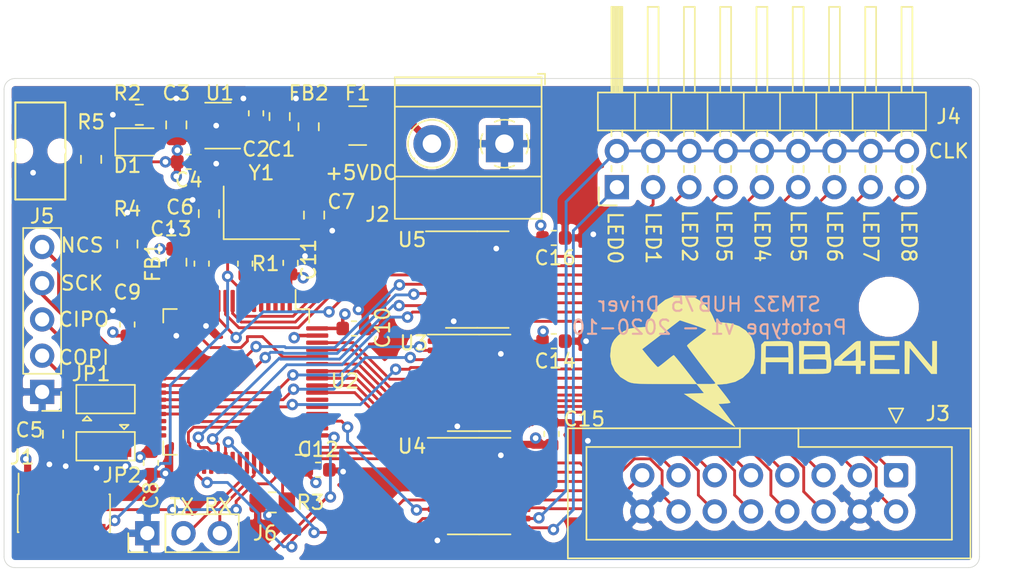
<source format=kicad_pcb>
(kicad_pcb (version 20171130) (host pcbnew 5.1.9-73d0e3b20d~88~ubuntu20.04.1)
  (layers (0 F.Cu signal) (1 In1.Cu power) (2 In2.Cu power) (31 B.Cu signal) (34 B.Paste user) (35 F.Paste user) (36 B.SilkS user) (37 F.SilkS user) (38 B.Mask user) (39 F.Mask user) (44 Edge.Cuts user))
  (net 0 "")
  (net 1 GND)
  (net 2 "Net-(C1-Pad1)")
  (net 3 +3V3)
  (net 4 Vcap)
  (net 5 "Net-(C6-Pad2)")
  (net 6 OSC_IN)
  (net 7 +3.3VA)
  (net 8 "Net-(D1-Pad1)")
  (net 9 +5V)
  (net 10 SWDIO)
  (net 11 SWCLK)
  (net 12 "Net-(J1-Pad6)")
  (net 13 "Net-(J1-Pad7)")
  (net 14 "Net-(J1-Pad8)")
  (net 15 ~RESET)
  (net 16 R0)
  (net 17 B0)
  (net 18 R1)
  (net 19 B1)
  (net 20 A)
  (net 21 C)
  (net 22 CLK)
  (net 23 G0)
  (net 24 G1)
  (net 25 E)
  (net 26 B)
  (net 27 D)
  (net 28 LAT)
  (net 29 LED_0)
  (net 30 LED_CLK)
  (net 31 LED_1)
  (net 32 LED_2)
  (net 33 LED_3)
  (net 34 LED_4)
  (net 35 LED_5)
  (net 36 LED_6)
  (net 37 LED_7)
  (net 38 LED_8)
  (net 39 SPI1_COPI)
  (net 40 SPI1_CIPO)
  (net 41 SPI1_SCK)
  (net 42 SPI1_NCS)
  (net 43 UART1_TX)
  (net 44 UART1_RX)
  (net 45 PB11)
  (net 46 30)
  (net 47 31)
  (net 48 47)
  (net 49 OSC_OUT)
  (net 50 "Net-(U1-Pad4)")
  (net 51 "Net-(U2-Pad2)")
  (net 52 "Net-(U2-Pad3)")
  (net 53 "Net-(U2-Pad4)")
  (net 54 PC0)
  (net 55 PC1)
  (net 56 PC2)
  (net 57 PC3)
  (net 58 "Net-(U2-Pad14)")
  (net 59 "Net-(U2-Pad15)")
  (net 60 "Net-(U2-Pad16)")
  (net 61 "Net-(U2-Pad17)")
  (net 62 PC4)
  (net 63 PC5)
  (net 64 PB0)
  (net 65 PB1)
  (net 66 PB2)
  (net 67 PB10)
  (net 68 PB12)
  (net 69 PB13)
  (net 70 PB14)
  (net 71 PB15)
  (net 72 PC6)
  (net 73 PC7)
  (net 74 PC8)
  (net 75 "Net-(U2-Pad40)")
  (net 76 "Net-(U2-Pad41)")
  (net 77 "Net-(U2-Pad44)")
  (net 78 "Net-(U2-Pad45)")
  (net 79 "Net-(U2-Pad50)")
  (net 80 PC10)
  (net 81 "Net-(U2-Pad52)")
  (net 82 "Net-(U2-Pad53)")
  (net 83 "Net-(U2-Pad54)")
  (net 84 PB3)
  (net 85 PB4)
  (net 86 PB5)
  (net 87 PB6)
  (net 88 PB7)
  (net 89 BOOT0)
  (net 90 PB8)
  (net 91 PB9)
  (net 92 ~OE)
  (net 93 "Net-(F1-Pad1)")
  (module BVH_Switches:Tac_SMD_6.4mm_Side_SPST_NO (layer F.Cu) (at 143.764 106.68 270)
    (fp_text reference SW1)
    (fp_text value SW_SPST)
    (pad 1 smd rect (at 2.8 -0.85 270) (size 1.2 1) (layers F.Cu F.Paste F.Mask) (net 15 ~RESET))
    (pad 2 smd rect (at 2.8 0.85 270) (size 1.2 1) (layers F.Cu F.Paste F.Mask) (net 1 GND))
    (pad 2 smd rect (at -2.8 0.85 270) (size 1.2 1) (layers F.Cu F.Paste F.Mask) (net 1 GND))
    (pad 1 smd rect (at -2.8 -0.75 270) (size 1.2 1) (layers F.Cu F.Paste F.Mask) (net 15 ~RESET))
    (pad "" np_thru_hole circle (at 0 1.375 270) (size 0.75 0.75) (drill 0.75) (layers *.Cu *.Mask))
    (pad "" np_thru_hole circle (at 0 -1.375 270) (size 0.75 0.75) (drill 0.75) (layers *.Cu *.Mask))
  )
  (module Resistor_SMD:R_0805_2012Metric (layer F.Cu) (at 147.32 107.2665 270)
    (fp_text reference R5 (at -2.6185 0 180) (layer F.SilkS))
    (fp_text value 10k)
    (pad 2 smd roundrect (at 0.9375 0 270) (size 0.975 1.4) (layers F.Cu F.Paste F.Mask) (net 15 ~RESET))
    (pad 1 smd roundrect (at -0.9375 0 270) (size 0.975 1.4) (layers F.Cu F.Paste F.Mask) (net 3 +3V3))
  )
  (module Resistor_SMD:R_0805_2012Metric (layer F.Cu) (at 149.86 113.2055 90)
    (fp_text reference R4 (at 2.4615 0 180) (layer F.SilkS))
    (fp_text value 10k)
    (pad 2 smd roundrect (at 0.9375 0 90) (size 0.975 1.4) (layers F.Cu F.Paste F.Mask) (net 1 GND))
    (pad 1 smd roundrect (at -0.9375 0 90) (size 0.975 1.4) (layers F.Cu F.Paste F.Mask) (net 89 BOOT0))
  )
  (module MountingHole:MountingHole_3.2mm_M3 (layer F.Cu) (at 203.2 117.602)
    (fp_text reference REF** hide)
    (fp_text value MountingHole_3.2mm_M3)
    (pad 1 np_thru_hole circle (at 0 0) (size 3.2 3.2) (drill 3.2) (layers *.Cu *.Mask))
  )
  (module BVH_Logos:AB4EN_Orbitron2 (layer F.Cu) (at 200.406 121.158)
    (fp_text reference G*** hide)
    (fp_text value LOGO hide)
  )
  (module BVH_Logos:SkyIron_logo (layer F.Cu) (at 188.722 121.412)
    (fp_text reference G*** hide)
    (fp_text value LOGO hide)
  )
  (module Resistor_SMD:R_0805_2012Metric_Pad1.15x1.40mm_HandSolder (layer F.Cu) (at 160.011 131.318)
    (fp_text reference R3 (at 2.676 0) (layer F.SilkS))
    (fp_text value R_Small)
    (pad 2 smd roundrect (at 1.025 0) (size 1.15 1.4) (layers F.Cu F.Paste F.Mask) (roundrect_rratio 0.217391) (net 48 47))
    (pad 1 smd roundrect (at -1.025 0) (size 1.15 1.4) (layers F.Cu F.Paste F.Mask) (roundrect_rratio 0.217391) (net 1 GND))
  )
  (module Capacitor_SMD:C_0603_1608Metric (layer F.Cu) (at 179.7305 112.776)
    (fp_text reference C16 (at 0.1015 1.397) (layer F.SilkS))
    (fp_text value 0.1uF)
    (pad 1 smd roundrect (at -0.7875 0) (size 0.875 0.95) (layers F.Cu F.Paste F.Mask) (net 9 +5V))
    (pad 2 smd roundrect (at 0.7875 0) (size 0.875 0.95) (layers F.Cu F.Paste F.Mask) (net 1 GND))
  )
  (module Package_SO:TSSOP-20_4.4x6.5mm_P0.65mm (layer F.Cu) (at 174.371 115.697)
    (fp_text reference U5 (at -4.572 -2.794) (layer F.SilkS))
    (fp_text value 74HC245)
    (pad 1 smd roundrect (at -2.8625 -2.925) (size 1.475 0.4) (layers F.Cu F.Paste F.Mask) (net 9 +5V))
    (pad 2 smd roundrect (at -2.8625 -2.275) (size 1.475 0.4) (layers F.Cu F.Paste F.Mask) (net 54 PC0))
    (pad 3 smd roundrect (at -2.8625 -1.625) (size 1.475 0.4) (layers F.Cu F.Paste F.Mask) (net 55 PC1))
    (pad 4 smd roundrect (at -2.8625 -0.975) (size 1.475 0.4) (layers F.Cu F.Paste F.Mask) (net 56 PC2))
    (pad 5 smd roundrect (at -2.8625 -0.325) (size 1.475 0.4) (layers F.Cu F.Paste F.Mask) (net 57 PC3))
    (pad 6 smd roundrect (at -2.8625 0.325) (size 1.475 0.4) (layers F.Cu F.Paste F.Mask) (net 62 PC4))
    (pad 7 smd roundrect (at -2.8625 0.975) (size 1.475 0.4) (layers F.Cu F.Paste F.Mask) (net 63 PC5))
    (pad 8 smd roundrect (at -2.8625 1.625) (size 1.475 0.4) (layers F.Cu F.Paste F.Mask) (net 72 PC6))
    (pad 9 smd roundrect (at -2.8625 2.275) (size 1.475 0.4) (layers F.Cu F.Paste F.Mask) (net 73 PC7))
    (pad 10 smd roundrect (at -2.8625 2.925) (size 1.475 0.4) (layers F.Cu F.Paste F.Mask) (net 1 GND))
    (pad 11 smd roundrect (at 2.8625 2.925) (size 1.475 0.4) (layers F.Cu F.Paste F.Mask) (net 38 LED_8))
    (pad 12 smd roundrect (at 2.8625 2.275) (size 1.475 0.4) (layers F.Cu F.Paste F.Mask) (net 37 LED_7))
    (pad 13 smd roundrect (at 2.8625 1.625) (size 1.475 0.4) (layers F.Cu F.Paste F.Mask) (net 36 LED_6))
    (pad 14 smd roundrect (at 2.8625 0.975) (size 1.475 0.4) (layers F.Cu F.Paste F.Mask) (net 35 LED_5))
    (pad 15 smd roundrect (at 2.8625 0.325) (size 1.475 0.4) (layers F.Cu F.Paste F.Mask) (net 34 LED_4))
    (pad 16 smd roundrect (at 2.8625 -0.325) (size 1.475 0.4) (layers F.Cu F.Paste F.Mask) (net 33 LED_3))
    (pad 17 smd roundrect (at 2.8625 -0.975) (size 1.475 0.4) (layers F.Cu F.Paste F.Mask) (net 32 LED_2))
    (pad 18 smd roundrect (at 2.8625 -1.625) (size 1.475 0.4) (layers F.Cu F.Paste F.Mask) (net 31 LED_1))
    (pad 19 smd roundrect (at 2.8625 -2.275) (size 1.475 0.4) (layers F.Cu F.Paste F.Mask) (net 1 GND))
    (pad 20 smd roundrect (at 2.8625 -2.925) (size 1.475 0.4) (layers F.Cu F.Paste F.Mask) (net 9 +5V))
  )
  (module Inductor_SMD:L_0805_2012Metric (layer F.Cu) (at 162.56 104.9805 270)
    (fp_text reference FB2 (at -2.3645 0 180) (layer F.SilkS))
    (fp_text value "100 Ohm")
    (pad 2 smd roundrect (at 0.9375 0 270) (size 0.975 1.4) (layers F.Cu F.Paste F.Mask) (net 93 "Net-(F1-Pad1)"))
    (pad 1 smd roundrect (at -0.9375 0 270) (size 0.975 1.4) (layers F.Cu F.Paste F.Mask) (net 2 "Net-(C1-Pad1)"))
  )
  (module Connector_IDC:IDC-Header_2x08_P2.54mm_Vertical (layer F.Cu) (at 203.708 129.413 270)
    (fp_text reference J3 (at -4.318 -2.921 180) (layer F.SilkS))
    (fp_text value HUB75)
    (pad 16 thru_hole circle (at 2.54 17.78 270) (size 1.7 1.7) (drill 1) (layers *.Cu *.Mask) (net 1 GND))
    (pad 14 thru_hole circle (at 2.54 15.24 270) (size 1.7 1.7) (drill 1) (layers *.Cu *.Mask) (net 28 LAT))
    (pad 12 thru_hole circle (at 2.54 12.7 270) (size 1.7 1.7) (drill 1) (layers *.Cu *.Mask) (net 27 D))
    (pad 10 thru_hole circle (at 2.54 10.16 270) (size 1.7 1.7) (drill 1) (layers *.Cu *.Mask) (net 26 B))
    (pad 8 thru_hole circle (at 2.54 7.62 270) (size 1.7 1.7) (drill 1) (layers *.Cu *.Mask) (net 25 E))
    (pad 6 thru_hole circle (at 2.54 5.08 270) (size 1.7 1.7) (drill 1) (layers *.Cu *.Mask) (net 24 G1))
    (pad 4 thru_hole circle (at 2.54 2.54 270) (size 1.7 1.7) (drill 1) (layers *.Cu *.Mask) (net 1 GND))
    (pad 2 thru_hole circle (at 2.54 0 270) (size 1.7 1.7) (drill 1) (layers *.Cu *.Mask) (net 23 G0))
    (pad 15 thru_hole circle (at 0 17.78 270) (size 1.7 1.7) (drill 1) (layers *.Cu *.Mask) (net 92 ~OE))
    (pad 13 thru_hole circle (at 0 15.24 270) (size 1.7 1.7) (drill 1) (layers *.Cu *.Mask) (net 22 CLK))
    (pad 11 thru_hole circle (at 0 12.7 270) (size 1.7 1.7) (drill 1) (layers *.Cu *.Mask) (net 21 C))
    (pad 9 thru_hole circle (at 0 10.16 270) (size 1.7 1.7) (drill 1) (layers *.Cu *.Mask) (net 20 A))
    (pad 7 thru_hole circle (at 0 7.62 270) (size 1.7 1.7) (drill 1) (layers *.Cu *.Mask) (net 19 B1))
    (pad 5 thru_hole circle (at 0 5.08 270) (size 1.7 1.7) (drill 1) (layers *.Cu *.Mask) (net 18 R1))
    (pad 3 thru_hole circle (at 0 2.54 270) (size 1.7 1.7) (drill 1) (layers *.Cu *.Mask) (net 17 B0))
    (pad 1 thru_hole roundrect (at 0 0 270) (size 1.7 1.7) (drill 1) (layers *.Cu *.Mask) (roundrect_rratio 0.147059) (net 16 R0))
  )
  (module Capacitor_SMD:C_0805_2012Metric (layer F.Cu) (at 160.528 104.267 90)
    (fp_text reference C1 (at -2.286 0.127 180) (layer F.SilkS))
    (fp_text value 10uF)
    (pad 2 smd roundrect (at 0.9375 0 90) (size 0.975 1.4) (layers F.Cu F.Paste F.Mask) (net 1 GND))
    (pad 1 smd roundrect (at -0.9375 0 90) (size 0.975 1.4) (layers F.Cu F.Paste F.Mask) (net 2 "Net-(C1-Pad1)"))
  )
  (module Capacitor_SMD:C_0603_1608Metric (layer F.Cu) (at 158.877 104.0385 90)
    (fp_text reference C2 (at -2.5145 0 180) (layer F.SilkS))
    (fp_text value 0.1uF)
    (pad 2 smd roundrect (at 0.7875 0 90) (size 0.875 0.95) (layers F.Cu F.Paste F.Mask) (net 1 GND))
    (pad 1 smd roundrect (at -0.7875 0 90) (size 0.875 0.95) (layers F.Cu F.Paste F.Mask) (net 2 "Net-(C1-Pad1)"))
  )
  (module Capacitor_SMD:C_0805_2012Metric (layer F.Cu) (at 153.289 104.8535 90)
    (fp_text reference C3 (at 2.2375 0 180) (layer F.SilkS))
    (fp_text value 10uF)
    (pad 1 smd roundrect (at -0.9375 0 90) (size 0.975 1.4) (layers F.Cu F.Paste F.Mask) (net 3 +3V3))
    (pad 2 smd roundrect (at 0.9375 0 90) (size 0.975 1.4) (layers F.Cu F.Paste F.Mask) (net 1 GND))
  )
  (module Capacitor_SMD:C_0603_1608Metric (layer F.Cu) (at 154.1525 107.442)
    (fp_text reference C4 (at 0 1.27) (layer F.SilkS))
    (fp_text value 0.1uF)
    (pad 1 smd roundrect (at -0.7875 0) (size 0.875 0.95) (layers F.Cu F.Paste F.Mask) (net 3 +3V3))
    (pad 2 smd roundrect (at 0.7875 0) (size 0.875 0.95) (layers F.Cu F.Paste F.Mask) (net 1 GND))
  )
  (module Capacitor_SMD:C_0805_2012Metric (layer F.Cu) (at 144.653 126.5405 270)
    (fp_text reference C5 (at -0.3025 1.651 180) (layer F.SilkS))
    (fp_text value 4.7uF)
    (pad 1 smd roundrect (at -0.9375 0 270) (size 0.975 1.4) (layers F.Cu F.Paste F.Mask) (net 4 Vcap))
    (pad 2 smd roundrect (at 0.9375 0 270) (size 0.975 1.4) (layers F.Cu F.Paste F.Mask) (net 1 GND))
  )
  (module Capacitor_SMD:C_0805_2012Metric (layer F.Cu) (at 155.575 111.0765 270)
    (fp_text reference C6 (at -0.4595 2.032 180) (layer F.SilkS))
    (fp_text value 12pF)
    (pad 1 smd roundrect (at -0.9375 0 270) (size 0.975 1.4) (layers F.Cu F.Paste F.Mask) (net 1 GND))
    (pad 2 smd roundrect (at 0.9375 0 270) (size 0.975 1.4) (layers F.Cu F.Paste F.Mask) (net 5 "Net-(C6-Pad2)"))
  )
  (module Capacitor_SMD:C_0805_2012Metric (layer F.Cu) (at 162.941 111.1735 90)
    (fp_text reference C7 (at 0.9375 1.905 180) (layer F.SilkS))
    (fp_text value 12pF)
    (pad 2 smd roundrect (at 0.9375 0 90) (size 0.975 1.4) (layers F.Cu F.Paste F.Mask) (net 6 OSC_IN))
    (pad 1 smd roundrect (at -0.9375 0 90) (size 0.975 1.4) (layers F.Cu F.Paste F.Mask) (net 1 GND))
  )
  (module Capacitor_SMD:C_0603_1608Metric (layer F.Cu) (at 151.511 128.5495 270)
    (fp_text reference C8 (at 2.2605 0 90) (layer F.SilkS))
    (fp_text value 0.1uF)
    (pad 2 smd roundrect (at 0.7875 0 270) (size 0.875 0.95) (layers F.Cu F.Paste F.Mask) (net 1 GND))
    (pad 1 smd roundrect (at -0.7875 0 270) (size 0.875 0.95) (layers F.Cu F.Paste F.Mask) (net 3 +3V3))
  )
  (module Capacitor_SMD:C_0603_1608Metric (layer F.Cu) (at 149.86 118.8465 90)
    (fp_text reference C9 (at 2.2605 0 180) (layer F.SilkS))
    (fp_text value 0.1uF)
    (pad 1 smd roundrect (at -0.7875 0 90) (size 0.875 0.95) (layers F.Cu F.Paste F.Mask) (net 3 +3V3))
    (pad 2 smd roundrect (at 0.7875 0 90) (size 0.875 0.95) (layers F.Cu F.Paste F.Mask) (net 1 GND))
  )
  (module Capacitor_SMD:C_0603_1608Metric (layer F.Cu) (at 165.735 119.126)
    (fp_text reference C10 (at 2.0065 -0.051 270) (layer F.SilkS))
    (fp_text value 0.1uF)
    (pad 2 smd roundrect (at 0.7875 0) (size 0.875 0.95) (layers F.Cu F.Paste F.Mask) (net 1 GND))
    (pad 1 smd roundrect (at -0.7875 0) (size 0.875 0.95) (layers F.Cu F.Paste F.Mask) (net 3 +3V3))
  )
  (module Capacitor_SMD:C_0603_1608Metric (layer F.Cu) (at 161.29 114.5285 90)
    (fp_text reference C11 (at 0.2285 1.27 90) (layer F.SilkS))
    (fp_text value 0.1uF)
    (pad 1 smd roundrect (at -0.7875 0 90) (size 0.875 0.95) (layers F.Cu F.Paste F.Mask) (net 3 +3V3))
    (pad 2 smd roundrect (at 0.7875 0 90) (size 0.875 0.95) (layers F.Cu F.Paste F.Mask) (net 1 GND))
  )
  (module Capacitor_SMD:C_0603_1608Metric (layer F.Cu) (at 163.2205 129.032)
    (fp_text reference C12 (at 0 -1.43) (layer F.SilkS))
    (fp_text value 0.1uF)
    (pad 2 smd roundrect (at 0.7875 0) (size 0.875 0.95) (layers F.Cu F.Paste F.Mask) (net 1 GND))
    (pad 1 smd roundrect (at -0.7875 0) (size 0.875 0.95) (layers F.Cu F.Paste F.Mask) (net 3 +3V3))
  )
  (module Capacitor_SMD:C_0603_1608Metric (layer F.Cu) (at 155.067 114.5795 90)
    (fp_text reference C13 (at 2.4385 -2.159 180) (layer F.SilkS))
    (fp_text value 0.1uF)
    (pad 1 smd roundrect (at -0.7875 0 90) (size 0.875 0.95) (layers F.Cu F.Paste F.Mask) (net 7 +3.3VA))
    (pad 2 smd roundrect (at 0.7875 0 90) (size 0.875 0.95) (layers F.Cu F.Paste F.Mask) (net 1 GND))
  )
  (module Capacitor_SMD:C_0603_1608Metric (layer F.Cu) (at 179.7305 120.015)
    (fp_text reference C14 (at 0.1015 1.397) (layer F.SilkS))
    (fp_text value 0.1uF)
    (pad 2 smd roundrect (at 0.7875 0) (size 0.875 0.95) (layers F.Cu F.Paste F.Mask) (net 1 GND))
    (pad 1 smd roundrect (at -0.7875 0) (size 0.875 0.95) (layers F.Cu F.Paste F.Mask) (net 9 +5V))
  )
  (module Capacitor_SMD:C_0603_1608Metric (layer F.Cu) (at 179.578 126.5175 90)
    (fp_text reference C15 (at 1.0415 2.286 180) (layer F.SilkS))
    (fp_text value 0.1uF)
    (pad 1 smd roundrect (at -0.7875 0 90) (size 0.875 0.95) (layers F.Cu F.Paste F.Mask) (net 9 +5V))
    (pad 2 smd roundrect (at 0.7875 0 90) (size 0.875 0.95) (layers F.Cu F.Paste F.Mask) (net 1 GND))
  )
  (module LED_SMD:LED_0805_2012Metric (layer F.Cu) (at 150.7005 106.045)
    (fp_text reference D1 (at -0.8405 1.651) (layer F.SilkS))
    (fp_text value LED)
    (pad 1 smd roundrect (at -0.9375 0) (size 0.975 1.4) (layers F.Cu F.Paste F.Mask) (net 8 "Net-(D1-Pad1)"))
    (pad 2 smd roundrect (at 0.9375 0) (size 0.975 1.4) (layers F.Cu F.Paste F.Mask) (net 3 +3V3))
  )
  (module Fuse:Fuse_1210_3225Metric (layer F.Cu) (at 165.992 104.902)
    (fp_text reference F1 (at 0 -2.28) (layer F.SilkS))
    (fp_text value 500mA)
    (pad 1 smd roundrect (at -1.4 0) (size 1.25 2.65) (layers F.Cu F.Paste F.Mask) (roundrect_rratio 0.2) (net 93 "Net-(F1-Pad1)"))
    (pad 2 smd roundrect (at 1.4 0) (size 1.25 2.65) (layers F.Cu F.Paste F.Mask) (roundrect_rratio 0.2) (net 9 +5V))
  )
  (module Inductor_SMD:L_0805_2012Metric (layer F.Cu) (at 153.289 114.4755 90)
    (fp_text reference FB1 (at 0 -1.65 90) (layer F.SilkS))
    (fp_text value "100 Ohm")
    (pad 1 smd roundrect (at -0.9375 0 90) (size 0.975 1.4) (layers F.Cu F.Paste F.Mask) (net 7 +3.3VA))
    (pad 2 smd roundrect (at 0.9375 0 90) (size 0.975 1.4) (layers F.Cu F.Paste F.Mask) (net 3 +3V3))
  )
  (module BVH_Connectors_Misc:Cortex_Debug_PinSocket_2x05_P1.27mm_Vertical_SMD (layer F.Cu) (at 145.415 132.08 90)
    (fp_text reference J1 (at 3.937 -2.921 180) (layer F.SilkS))
    (fp_text value DBG)
    (pad 1 smd rect (at 1.8 -2.54 90) (size 2.1 0.75) (layers F.Cu F.Paste F.Mask) (net 3 +3V3))
    (pad 2 smd rect (at -1.8 -2.54 90) (size 2.1 0.75) (layers F.Cu F.Paste F.Mask) (net 10 SWDIO))
    (pad 3 smd rect (at 1.8 -1.27 90) (size 2.1 0.75) (layers F.Cu F.Paste F.Mask) (net 1 GND))
    (pad 4 smd rect (at -1.8 -1.27 90) (size 2.1 0.75) (layers F.Cu F.Paste F.Mask) (net 11 SWCLK))
    (pad 5 smd rect (at 1.8 0 90) (size 2.1 0.75) (layers F.Cu F.Paste F.Mask) (net 1 GND))
    (pad 6 smd rect (at -1.8 0 90) (size 2.1 0.75) (layers F.Cu F.Paste F.Mask) (net 12 "Net-(J1-Pad6)"))
    (pad 7 smd rect (at 1.8 1.27 90) (size 2.1 0.75) (layers F.Cu F.Paste F.Mask) (net 13 "Net-(J1-Pad7)"))
    (pad 8 smd rect (at -1.8 1.27 90) (size 2.1 0.75) (layers F.Cu F.Paste F.Mask) (net 14 "Net-(J1-Pad8)"))
    (pad 9 smd rect (at 1.8 2.54 90) (size 2.1 0.75) (layers F.Cu F.Paste F.Mask) (net 1 GND))
    (pad 10 smd rect (at -1.8 2.54 90) (size 2.1 0.75) (layers F.Cu F.Paste F.Mask) (net 15 ~RESET))
  )
  (module TerminalBlock_Phoenix:TerminalBlock_Phoenix_MKDS-1,5-2-5.08_1x02_P5.08mm_Horizontal (layer F.Cu) (at 176.276 106.172 180)
    (fp_text reference J2 (at 8.89 -4.953) (layer F.SilkS))
    (fp_text value "5V PWR")
    (pad 1 thru_hole rect (at 0 0 180) (size 2.6 2.6) (drill 1.3) (layers *.Cu *.Mask) (net 1 GND))
    (pad 2 thru_hole circle (at 5.08 0 180) (size 2.6 2.6) (drill 1.3) (layers *.Cu *.Mask) (net 9 +5V))
  )
  (module Connector_PinHeader_2.54mm:PinHeader_2x09_P2.54mm_Horizontal (layer F.Cu) (at 184.15 109.22 90)
    (fp_text reference J4 (at 4.953 23.241 180) (layer F.SilkS))
    (fp_text value LEDs)
    (pad 1 thru_hole rect (at 0 0 90) (size 1.7 1.7) (drill 1) (layers *.Cu *.Mask) (net 29 LED_0))
    (pad 2 thru_hole oval (at 2.54 0 90) (size 1.7 1.7) (drill 1) (layers *.Cu *.Mask) (net 30 LED_CLK))
    (pad 3 thru_hole oval (at 0 2.54 90) (size 1.7 1.7) (drill 1) (layers *.Cu *.Mask) (net 31 LED_1))
    (pad 4 thru_hole oval (at 2.54 2.54 90) (size 1.7 1.7) (drill 1) (layers *.Cu *.Mask) (net 30 LED_CLK))
    (pad 5 thru_hole oval (at 0 5.08 90) (size 1.7 1.7) (drill 1) (layers *.Cu *.Mask) (net 32 LED_2))
    (pad 6 thru_hole oval (at 2.54 5.08 90) (size 1.7 1.7) (drill 1) (layers *.Cu *.Mask) (net 30 LED_CLK))
    (pad 7 thru_hole oval (at 0 7.62 90) (size 1.7 1.7) (drill 1) (layers *.Cu *.Mask) (net 33 LED_3))
    (pad 8 thru_hole oval (at 2.54 7.62 90) (size 1.7 1.7) (drill 1) (layers *.Cu *.Mask) (net 30 LED_CLK))
    (pad 9 thru_hole oval (at 0 10.16 90) (size 1.7 1.7) (drill 1) (layers *.Cu *.Mask) (net 34 LED_4))
    (pad 10 thru_hole oval (at 2.54 10.16 90) (size 1.7 1.7) (drill 1) (layers *.Cu *.Mask) (net 30 LED_CLK))
    (pad 11 thru_hole oval (at 0 12.7 90) (size 1.7 1.7) (drill 1) (layers *.Cu *.Mask) (net 35 LED_5))
    (pad 12 thru_hole oval (at 2.54 12.7 90) (size 1.7 1.7) (drill 1) (layers *.Cu *.Mask) (net 30 LED_CLK))
    (pad 13 thru_hole oval (at 0 15.24 90) (size 1.7 1.7) (drill 1) (layers *.Cu *.Mask) (net 36 LED_6))
    (pad 14 thru_hole oval (at 2.54 15.24 90) (size 1.7 1.7) (drill 1) (layers *.Cu *.Mask) (net 30 LED_CLK))
    (pad 15 thru_hole oval (at 0 17.78 90) (size 1.7 1.7) (drill 1) (layers *.Cu *.Mask) (net 37 LED_7))
    (pad 16 thru_hole oval (at 2.54 17.78 90) (size 1.7 1.7) (drill 1) (layers *.Cu *.Mask) (net 30 LED_CLK))
    (pad 17 thru_hole oval (at 0 20.32 90) (size 1.7 1.7) (drill 1) (layers *.Cu *.Mask) (net 38 LED_8))
    (pad 18 thru_hole oval (at 2.54 20.32 90) (size 1.7 1.7) (drill 1) (layers *.Cu *.Mask) (net 30 LED_CLK))
  )
  (module Connector_PinHeader_2.54mm:PinHeader_1x05_P2.54mm_Vertical (layer F.Cu) (at 143.891 123.571 180)
    (fp_text reference J5 (at 0 12.319) (layer F.SilkS))
    (fp_text value SPI)
    (pad 1 thru_hole rect (at 0 0 180) (size 1.7 1.7) (drill 1) (layers *.Cu *.Mask) (net 1 GND))
    (pad 2 thru_hole oval (at 0 2.54 180) (size 1.7 1.7) (drill 1) (layers *.Cu *.Mask) (net 39 SPI1_COPI))
    (pad 3 thru_hole oval (at 0 5.08 180) (size 1.7 1.7) (drill 1) (layers *.Cu *.Mask) (net 40 SPI1_CIPO))
    (pad 4 thru_hole oval (at 0 7.62 180) (size 1.7 1.7) (drill 1) (layers *.Cu *.Mask) (net 41 SPI1_SCK))
    (pad 5 thru_hole oval (at 0 10.16 180) (size 1.7 1.7) (drill 1) (layers *.Cu *.Mask) (net 42 SPI1_NCS))
  )
  (module Connector_PinHeader_2.54mm:PinHeader_1x03_P2.54mm_Vertical (layer F.Cu) (at 151.257 133.477 90)
    (fp_text reference J6 (at 0 8.255 180) (layer F.SilkS))
    (fp_text value UART)
    (pad 1 thru_hole rect (at 0 0 90) (size 1.7 1.7) (drill 1) (layers *.Cu *.Mask) (net 1 GND))
    (pad 2 thru_hole oval (at 0 2.54 90) (size 1.7 1.7) (drill 1) (layers *.Cu *.Mask) (net 43 UART1_TX))
    (pad 3 thru_hole oval (at 0 5.08 90) (size 1.7 1.7) (drill 1) (layers *.Cu *.Mask) (net 44 UART1_RX))
  )
  (module Jumper:SolderJumper-3_P1.3mm_Bridged12_Pad1.0x1.5mm (layer F.Cu) (at 148.336 124.079)
    (fp_text reference JP1 (at -1.016 -1.778) (layer F.SilkS))
    (fp_text value Jumper_3_Bridged12 hide)
    (fp_poly (pts (xy -0.9 -0.3) (xy -0.4 -0.3) (xy -0.4 0.3) (xy -0.9 0.3)) (layer F.Cu) (width 0))
    (pad 1 smd rect (at -1.3 0) (size 1 1.5) (layers F.Cu F.Mask) (net 4 Vcap))
    (pad 3 smd rect (at 1.3 0) (size 1 1.5) (layers F.Cu F.Mask) (net 45 PB11))
    (pad 2 smd rect (at 0 0) (size 1 1.5) (layers F.Cu F.Mask) (net 46 30))
  )
  (module Jumper:SolderJumper-3_P1.3mm_Bridged12_Pad1.0x1.5mm (layer F.Cu) (at 148.336 127.381 180)
    (fp_text reference JP2 (at -1.143 -2.032) (layer F.SilkS))
    (fp_text value Jumper_3_Bridged12 hide)
    (fp_poly (pts (xy -0.9 -0.3) (xy -0.4 -0.3) (xy -0.4 0.3) (xy -0.9 0.3)) (layer F.Cu) (width 0))
    (pad 2 smd rect (at 0 0 180) (size 1 1.5) (layers F.Cu F.Mask) (net 47 31))
    (pad 3 smd rect (at 1.3 0 180) (size 1 1.5) (layers F.Cu F.Mask) (net 4 Vcap))
    (pad 1 smd rect (at -1.3 0 180) (size 1 1.5) (layers F.Cu F.Mask) (net 1 GND))
  )
  (module Resistor_SMD:R_0603_1608Metric (layer F.Cu) (at 158.115 114.5795 270)
    (fp_text reference R1 (at 0 -1.43 180) (layer F.SilkS))
    (fp_text value 0)
    (pad 1 smd roundrect (at -0.7875 0 270) (size 0.875 0.95) (layers F.Cu F.Paste F.Mask) (net 5 "Net-(C6-Pad2)"))
    (pad 2 smd roundrect (at 0.7875 0 270) (size 0.875 0.95) (layers F.Cu F.Paste F.Mask) (net 49 OSC_OUT))
  )
  (module Resistor_SMD:R_0805_2012Metric (layer F.Cu) (at 150.7005 104.14)
    (fp_text reference R2 (at -0.8405 -1.524) (layer F.SilkS))
    (fp_text value 1k)
    (pad 1 smd roundrect (at -0.9375 0) (size 0.975 1.4) (layers F.Cu F.Paste F.Mask) (net 1 GND))
    (pad 2 smd roundrect (at 0.9375 0) (size 0.975 1.4) (layers F.Cu F.Paste F.Mask) (net 8 "Net-(D1-Pad1)"))
  )
  (module Package_TO_SOT_SMD:SOT-23-5 (layer F.Cu) (at 156.21 104.902 180)
    (fp_text reference U1 (at -0.127 2.286) (layer F.SilkS))
    (fp_text value AP2112K-3.3)
    (pad 1 smd rect (at -1.1 -0.95 180) (size 1.06 0.65) (layers F.Cu F.Paste F.Mask) (net 2 "Net-(C1-Pad1)"))
    (pad 2 smd rect (at -1.1 0 180) (size 1.06 0.65) (layers F.Cu F.Paste F.Mask) (net 1 GND))
    (pad 3 smd rect (at -1.1 0.95 180) (size 1.06 0.65) (layers F.Cu F.Paste F.Mask) (net 2 "Net-(C1-Pad1)"))
    (pad 4 smd rect (at 1.1 0.95 180) (size 1.06 0.65) (layers F.Cu F.Paste F.Mask) (net 50 "Net-(U1-Pad4)"))
    (pad 5 smd rect (at 1.1 -0.95 180) (size 1.06 0.65) (layers F.Cu F.Paste F.Mask) (net 3 +3V3))
  )
  (module Package_QFP:LQFP-64_10x10mm_P0.5mm (layer F.Cu) (at 157.485999 122.871001 270)
    (fp_text reference U2 (at -0.062001 -7.614001 180) (layer F.SilkS))
    (fp_text value STM32F411RETx)
    (pad 1 smd roundrect (at -5.675 -3.75 270) (size 1.55 0.3) (layers F.Cu F.Paste F.Mask) (net 3 +3V3))
    (pad 2 smd roundrect (at -5.675 -3.25 270) (size 1.55 0.3) (layers F.Cu F.Paste F.Mask) (net 51 "Net-(U2-Pad2)"))
    (pad 3 smd roundrect (at -5.675 -2.75 270) (size 1.55 0.3) (layers F.Cu F.Paste F.Mask) (net 52 "Net-(U2-Pad3)"))
    (pad 4 smd roundrect (at -5.675 -2.25 270) (size 1.55 0.3) (layers F.Cu F.Paste F.Mask) (net 53 "Net-(U2-Pad4)"))
    (pad 5 smd roundrect (at -5.675 -1.75 270) (size 1.55 0.3) (layers F.Cu F.Paste F.Mask) (net 6 OSC_IN))
    (pad 6 smd roundrect (at -5.675 -1.25 270) (size 1.55 0.3) (layers F.Cu F.Paste F.Mask) (net 49 OSC_OUT))
    (pad 7 smd roundrect (at -5.675 -0.75 270) (size 1.55 0.3) (layers F.Cu F.Paste F.Mask) (net 15 ~RESET))
    (pad 8 smd roundrect (at -5.675 -0.25 270) (size 1.55 0.3) (layers F.Cu F.Paste F.Mask) (net 54 PC0))
    (pad 9 smd roundrect (at -5.675 0.25 270) (size 1.55 0.3) (layers F.Cu F.Paste F.Mask) (net 55 PC1))
    (pad 10 smd roundrect (at -5.675 0.75 270) (size 1.55 0.3) (layers F.Cu F.Paste F.Mask) (net 56 PC2))
    (pad 11 smd roundrect (at -5.675 1.25 270) (size 1.55 0.3) (layers F.Cu F.Paste F.Mask) (net 57 PC3))
    (pad 12 smd roundrect (at -5.675 1.75 270) (size 1.55 0.3) (layers F.Cu F.Paste F.Mask) (net 1 GND))
    (pad 13 smd roundrect (at -5.675 2.25 270) (size 1.55 0.3) (layers F.Cu F.Paste F.Mask) (net 7 +3.3VA))
    (pad 14 smd roundrect (at -5.675 2.75 270) (size 1.55 0.3) (layers F.Cu F.Paste F.Mask) (net 58 "Net-(U2-Pad14)"))
    (pad 15 smd roundrect (at -5.675 3.25 270) (size 1.55 0.3) (layers F.Cu F.Paste F.Mask) (net 59 "Net-(U2-Pad15)"))
    (pad 16 smd roundrect (at -5.675 3.75 270) (size 1.55 0.3) (layers F.Cu F.Paste F.Mask) (net 60 "Net-(U2-Pad16)"))
    (pad 17 smd roundrect (at -3.75 5.675 270) (size 0.3 1.55) (layers F.Cu F.Paste F.Mask) (net 61 "Net-(U2-Pad17)"))
    (pad 18 smd roundrect (at -3.25 5.675 270) (size 0.3 1.55) (layers F.Cu F.Paste F.Mask) (net 1 GND))
    (pad 19 smd roundrect (at -2.75 5.675 270) (size 0.3 1.55) (layers F.Cu F.Paste F.Mask) (net 3 +3V3))
    (pad 20 smd roundrect (at -2.25 5.675 270) (size 0.3 1.55) (layers F.Cu F.Paste F.Mask) (net 42 SPI1_NCS))
    (pad 21 smd roundrect (at -1.75 5.675 270) (size 0.3 1.55) (layers F.Cu F.Paste F.Mask) (net 41 SPI1_SCK))
    (pad 22 smd roundrect (at -1.25 5.675 270) (size 0.3 1.55) (layers F.Cu F.Paste F.Mask) (net 40 SPI1_CIPO))
    (pad 23 smd roundrect (at -0.75 5.675 270) (size 0.3 1.55) (layers F.Cu F.Paste F.Mask) (net 39 SPI1_COPI))
    (pad 24 smd roundrect (at -0.25 5.675 270) (size 0.3 1.55) (layers F.Cu F.Paste F.Mask) (net 62 PC4))
    (pad 25 smd roundrect (at 0.25 5.675 270) (size 0.3 1.55) (layers F.Cu F.Paste F.Mask) (net 63 PC5))
    (pad 26 smd roundrect (at 0.75 5.675 270) (size 0.3 1.55) (layers F.Cu F.Paste F.Mask) (net 64 PB0))
    (pad 27 smd roundrect (at 1.25 5.675 270) (size 0.3 1.55) (layers F.Cu F.Paste F.Mask) (net 65 PB1))
    (pad 28 smd roundrect (at 1.75 5.675 270) (size 0.3 1.55) (layers F.Cu F.Paste F.Mask) (net 66 PB2))
    (pad 29 smd roundrect (at 2.25 5.675 270) (size 0.3 1.55) (layers F.Cu F.Paste F.Mask) (net 67 PB10))
    (pad 30 smd roundrect (at 2.75 5.675 270) (size 0.3 1.55) (layers F.Cu F.Paste F.Mask) (net 46 30))
    (pad 31 smd roundrect (at 3.25 5.675 270) (size 0.3 1.55) (layers F.Cu F.Paste F.Mask) (net 47 31))
    (pad 32 smd roundrect (at 3.75 5.675 270) (size 0.3 1.55) (layers F.Cu F.Paste F.Mask) (net 3 +3V3))
    (pad 33 smd roundrect (at 5.675 3.75 270) (size 1.55 0.3) (layers F.Cu F.Paste F.Mask) (net 68 PB12))
    (pad 34 smd roundrect (at 5.675 3.25 270) (size 1.55 0.3) (layers F.Cu F.Paste F.Mask) (net 69 PB13))
    (pad 35 smd roundrect (at 5.675 2.75 270) (size 1.55 0.3) (layers F.Cu F.Paste F.Mask) (net 70 PB14))
    (pad 36 smd roundrect (at 5.675 2.25 270) (size 1.55 0.3) (layers F.Cu F.Paste F.Mask) (net 71 PB15))
    (pad 37 smd roundrect (at 5.675 1.75 270) (size 1.55 0.3) (layers F.Cu F.Paste F.Mask) (net 72 PC6))
    (pad 38 smd roundrect (at 5.675 1.25 270) (size 1.55 0.3) (layers F.Cu F.Paste F.Mask) (net 73 PC7))
    (pad 39 smd roundrect (at 5.675 0.75 270) (size 1.55 0.3) (layers F.Cu F.Paste F.Mask) (net 74 PC8))
    (pad 40 smd roundrect (at 5.675 0.25 270) (size 1.55 0.3) (layers F.Cu F.Paste F.Mask) (net 75 "Net-(U2-Pad40)"))
    (pad 41 smd roundrect (at 5.675 -0.25 270) (size 1.55 0.3) (layers F.Cu F.Paste F.Mask) (net 76 "Net-(U2-Pad41)"))
    (pad 42 smd roundrect (at 5.675 -0.75 270) (size 1.55 0.3) (layers F.Cu F.Paste F.Mask) (net 43 UART1_TX))
    (pad 43 smd roundrect (at 5.675 -1.25 270) (size 1.55 0.3) (layers F.Cu F.Paste F.Mask) (net 44 UART1_RX))
    (pad 44 smd roundrect (at 5.675 -1.75 270) (size 1.55 0.3) (layers F.Cu F.Paste F.Mask) (net 77 "Net-(U2-Pad44)"))
    (pad 45 smd roundrect (at 5.675 -2.25 270) (size 1.55 0.3) (layers F.Cu F.Paste F.Mask) (net 78 "Net-(U2-Pad45)"))
    (pad 46 smd roundrect (at 5.675 -2.75 270) (size 1.55 0.3) (layers F.Cu F.Paste F.Mask) (net 10 SWDIO))
    (pad 47 smd roundrect (at 5.675 -3.25 270) (size 1.55 0.3) (layers F.Cu F.Paste F.Mask) (net 48 47))
    (pad 48 smd roundrect (at 5.675 -3.75 270) (size 1.55 0.3) (layers F.Cu F.Paste F.Mask) (net 3 +3V3))
    (pad 49 smd roundrect (at 3.75 -5.675 270) (size 0.3 1.55) (layers F.Cu F.Paste F.Mask) (net 11 SWCLK))
    (pad 50 smd roundrect (at 3.25 -5.675 270) (size 0.3 1.55) (layers F.Cu F.Paste F.Mask) (net 79 "Net-(U2-Pad50)"))
    (pad 51 smd roundrect (at 2.75 -5.675 270) (size 0.3 1.55) (layers F.Cu F.Paste F.Mask) (net 80 PC10))
    (pad 52 smd roundrect (at 2.25 -5.675 270) (size 0.3 1.55) (layers F.Cu F.Paste F.Mask) (net 81 "Net-(U2-Pad52)"))
    (pad 53 smd roundrect (at 1.75 -5.675 270) (size 0.3 1.55) (layers F.Cu F.Paste F.Mask) (net 82 "Net-(U2-Pad53)"))
    (pad 54 smd roundrect (at 1.25 -5.675 270) (size 0.3 1.55) (layers F.Cu F.Paste F.Mask) (net 83 "Net-(U2-Pad54)"))
    (pad 55 smd roundrect (at 0.75 -5.675 270) (size 0.3 1.55) (layers F.Cu F.Paste F.Mask) (net 84 PB3))
    (pad 56 smd roundrect (at 0.25 -5.675 270) (size 0.3 1.55) (layers F.Cu F.Paste F.Mask) (net 85 PB4))
    (pad 57 smd roundrect (at -0.25 -5.675 270) (size 0.3 1.55) (layers F.Cu F.Paste F.Mask) (net 86 PB5))
    (pad 58 smd roundrect (at -0.75 -5.675 270) (size 0.3 1.55) (layers F.Cu F.Paste F.Mask) (net 87 PB6))
    (pad 59 smd roundrect (at -1.25 -5.675 270) (size 0.3 1.55) (layers F.Cu F.Paste F.Mask) (net 88 PB7))
    (pad 60 smd roundrect (at -1.75 -5.675 270) (size 0.3 1.55) (layers F.Cu F.Paste F.Mask) (net 89 BOOT0))
    (pad 61 smd roundrect (at -2.25 -5.675 270) (size 0.3 1.55) (layers F.Cu F.Paste F.Mask) (net 90 PB8))
    (pad 62 smd roundrect (at -2.75 -5.675 270) (size 0.3 1.55) (layers F.Cu F.Paste F.Mask) (net 91 PB9))
    (pad 63 smd roundrect (at -3.25 -5.675 270) (size 0.3 1.55) (layers F.Cu F.Paste F.Mask) (net 1 GND))
    (pad 64 smd roundrect (at -3.75 -5.675 270) (size 0.3 1.55) (layers F.Cu F.Paste F.Mask) (net 3 +3V3))
  )
  (module Package_SO:TSSOP-20_4.4x6.5mm_P0.65mm (layer F.Cu) (at 174.498 122.936)
    (fp_text reference U3 (at -4.572 -2.794) (layer F.SilkS))
    (fp_text value 74HC245)
    (pad 20 smd roundrect (at 2.8625 -2.925) (size 1.475 0.4) (layers F.Cu F.Paste F.Mask) (net 9 +5V))
    (pad 19 smd roundrect (at 2.8625 -2.275) (size 1.475 0.4) (layers F.Cu F.Paste F.Mask) (net 1 GND))
    (pad 18 smd roundrect (at 2.8625 -1.625) (size 1.475 0.4) (layers F.Cu F.Paste F.Mask) (net 16 R0))
    (pad 17 smd roundrect (at 2.8625 -0.975) (size 1.475 0.4) (layers F.Cu F.Paste F.Mask) (net 23 G0))
    (pad 16 smd roundrect (at 2.8625 -0.325) (size 1.475 0.4) (layers F.Cu F.Paste F.Mask) (net 17 B0))
    (pad 15 smd roundrect (at 2.8625 0.325) (size 1.475 0.4) (layers F.Cu F.Paste F.Mask) (net 18 R1))
    (pad 14 smd roundrect (at 2.8625 0.975) (size 1.475 0.4) (layers F.Cu F.Paste F.Mask) (net 24 G1))
    (pad 13 smd roundrect (at 2.8625 1.625) (size 1.475 0.4) (layers F.Cu F.Paste F.Mask) (net 19 B1))
    (pad 12 smd roundrect (at 2.8625 2.275) (size 1.475 0.4) (layers F.Cu F.Paste F.Mask) (net 25 E))
    (pad 11 smd roundrect (at 2.8625 2.925) (size 1.475 0.4) (layers F.Cu F.Paste F.Mask) (net 20 A))
    (pad 10 smd roundrect (at -2.8625 2.925) (size 1.475 0.4) (layers F.Cu F.Paste F.Mask) (net 1 GND))
    (pad 9 smd roundrect (at -2.8625 2.275) (size 1.475 0.4) (layers F.Cu F.Paste F.Mask) (net 86 PB5))
    (pad 8 smd roundrect (at -2.8625 1.625) (size 1.475 0.4) (layers F.Cu F.Paste F.Mask) (net 87 PB6))
    (pad 7 smd roundrect (at -2.8625 0.975) (size 1.475 0.4) (layers F.Cu F.Paste F.Mask) (net 88 PB7))
    (pad 6 smd roundrect (at -2.8625 0.325) (size 1.475 0.4) (layers F.Cu F.Paste F.Mask) (net 90 PB8))
    (pad 5 smd roundrect (at -2.8625 -0.325) (size 1.475 0.4) (layers F.Cu F.Paste F.Mask) (net 91 PB9))
    (pad 4 smd roundrect (at -2.8625 -0.975) (size 1.475 0.4) (layers F.Cu F.Paste F.Mask) (net 66 PB2))
    (pad 3 smd roundrect (at -2.8625 -1.625) (size 1.475 0.4) (layers F.Cu F.Paste F.Mask) (net 65 PB1))
    (pad 2 smd roundrect (at -2.8625 -2.275) (size 1.475 0.4) (layers F.Cu F.Paste F.Mask) (net 64 PB0))
    (pad 1 smd roundrect (at -2.8625 -2.925) (size 1.475 0.4) (layers F.Cu F.Paste F.Mask) (net 9 +5V))
  )
  (module Package_SO:TSSOP-20_4.4x6.5mm_P0.65mm (layer F.Cu) (at 174.498 130.175)
    (fp_text reference U4 (at -4.699 -2.794) (layer F.SilkS))
    (fp_text value 74HC245)
    (pad 1 smd roundrect (at -2.8625 -2.925) (size 1.475 0.4) (layers F.Cu F.Paste F.Mask) (net 9 +5V))
    (pad 2 smd roundrect (at -2.8625 -2.275) (size 1.475 0.4) (layers F.Cu F.Paste F.Mask) (net 85 PB4))
    (pad 3 smd roundrect (at -2.8625 -1.625) (size 1.475 0.4) (layers F.Cu F.Paste F.Mask) (net 84 PB3))
    (pad 4 smd roundrect (at -2.8625 -0.975) (size 1.475 0.4) (layers F.Cu F.Paste F.Mask) (net 67 PB10))
    (pad 5 smd roundrect (at -2.8625 -0.325) (size 1.475 0.4) (layers F.Cu F.Paste F.Mask) (net 68 PB12))
    (pad 6 smd roundrect (at -2.8625 0.325) (size 1.475 0.4) (layers F.Cu F.Paste F.Mask) (net 69 PB13))
    (pad 7 smd roundrect (at -2.8625 0.975) (size 1.475 0.4) (layers F.Cu F.Paste F.Mask) (net 70 PB14))
    (pad 8 smd roundrect (at -2.8625 1.625) (size 1.475 0.4) (layers F.Cu F.Paste F.Mask) (net 80 PC10))
    (pad 9 smd roundrect (at -2.8625 2.275) (size 1.475 0.4) (layers F.Cu F.Paste F.Mask) (net 74 PC8))
    (pad 10 smd roundrect (at -2.8625 2.925) (size 1.475 0.4) (layers F.Cu F.Paste F.Mask) (net 1 GND))
    (pad 11 smd roundrect (at 2.8625 2.925) (size 1.475 0.4) (layers F.Cu F.Paste F.Mask) (net 29 LED_0))
    (pad 12 smd roundrect (at 2.8625 2.275) (size 1.475 0.4) (layers F.Cu F.Paste F.Mask) (net 30 LED_CLK))
    (pad 13 smd roundrect (at 2.8625 1.625) (size 1.475 0.4) (layers F.Cu F.Paste F.Mask) (net 92 ~OE))
    (pad 14 smd roundrect (at 2.8625 0.975) (size 1.475 0.4) (layers F.Cu F.Paste F.Mask) (net 28 LAT))
    (pad 15 smd roundrect (at 2.8625 0.325) (size 1.475 0.4) (layers F.Cu F.Paste F.Mask) (net 22 CLK))
    (pad 16 smd roundrect (at 2.8625 -0.325) (size 1.475 0.4) (layers F.Cu F.Paste F.Mask) (net 27 D))
    (pad 17 smd roundrect (at 2.8625 -0.975) (size 1.475 0.4) (layers F.Cu F.Paste F.Mask) (net 21 C))
    (pad 18 smd roundrect (at 2.8625 -1.625) (size 1.475 0.4) (layers F.Cu F.Paste F.Mask) (net 26 B))
    (pad 19 smd roundrect (at 2.8625 -2.275) (size 1.475 0.4) (layers F.Cu F.Paste F.Mask) (net 1 GND))
    (pad 20 smd roundrect (at 2.8625 -2.925) (size 1.475 0.4) (layers F.Cu F.Paste F.Mask) (net 9 +5V))
  )
  (module Crystal:Crystal_SMD_5032-4Pin_5.0x3.2mm (layer F.Cu) (at 159.257 111.014)
    (fp_text reference Y1 (at 0 -2.8) (layer F.SilkS))
    (fp_text value 8MHz)
    (pad 1 smd rect (at -1.65 1) (size 1.6 1.3) (layers F.Cu F.Paste F.Mask) (net 5 "Net-(C6-Pad2)"))
    (pad 2 smd rect (at 1.65 1) (size 1.6 1.3) (layers F.Cu F.Paste F.Mask) (net 1 GND))
    (pad 3 smd rect (at 1.65 -1) (size 1.6 1.3) (layers F.Cu F.Paste F.Mask) (net 6 OSC_IN))
    (pad 4 smd rect (at -1.65 -1) (size 1.6 1.3) (layers F.Cu F.Paste F.Mask) (net 1 GND))
  )
  (gr_arc (start 141.986 135.128) (end 141.224 135.128) (angle -90) (layer Edge.Cuts) (width 0.05))
  (gr_arc (start 141.986 102.362) (end 141.986 101.6) (angle -90) (layer Edge.Cuts) (width 0.05))
  (gr_arc (start 208.788 135.128) (end 208.788 135.89) (angle -90) (layer Edge.Cuts) (width 0.05))
  (gr_arc (start 208.788 102.362) (end 209.55 102.362) (angle -90) (layer Edge.Cuts) (width 0.05))
  (gr_text RX (at 156.21 131.572) (layer F.SilkS) (effects (font (size 1 1))))
  (gr_text TX (at 153.67 131.572) (layer F.SilkS) (effects (font (size 1 1))))
  (gr_text NCS (at 146.685 113.284) (layer F.SilkS) (effects (font (size 1 1))))
  (gr_text SCK (at 146.685 115.951) (layer F.SilkS) (effects (font (size 1 1))))
  (gr_text CIPO (at 146.812 118.491) (layer F.SilkS) (effects (font (size 1 1))))
  (gr_text COPI (at 146.812 121.158) (layer F.SilkS) (effects (font (size 1 1))))
  (gr_text +5VDC (at 166.243 108.204) (layer F.SilkS) (effects (font (size 1 1))))
  (gr_text LED8 (at 204.597 112.649 270) (layer F.SilkS) (effects (font (size 1 1))))
  (gr_text LED7 (at 201.93 112.649 270) (layer F.SilkS) (effects (font (size 1 1))))
  (gr_text LED6 (at 199.39 112.649 270) (layer F.SilkS) (effects (font (size 1 1))))
  (gr_text LED5 (at 196.85 112.649 270) (layer F.SilkS) (effects (font (size 1 1))))
  (gr_text LED4 (at 194.31 112.649 270) (layer F.SilkS) (effects (font (size 1 1))))
  (gr_text LED5 (at 191.643 112.649 270) (layer F.SilkS) (effects (font (size 1 1))))
  (gr_text LED2 (at 189.23 112.649 270) (layer F.SilkS) (effects (font (size 1 1))))
  (gr_text LED1 (at 186.69 112.776 270) (layer F.SilkS) (effects (font (size 1 1))))
  (gr_text LED0 (at 184.023 112.776 270) (layer F.SilkS) (effects (font (size 1 1))))
  (gr_text CLK (at 207.391 106.68) (layer F.SilkS) (effects (font (size 1 1))))
  (gr_text "STM32 HUB75 Driver\nPrototype v1 - 2020-10" (at 190.627 118.237) (layer B.SilkS) (effects (font (size 1 1)) (justify mirror)))
  (gr_line (start 141.224 135.128) (end 141.224 102.362) (layer Edge.Cuts) (width 0.05))
  (gr_line (start 208.788 135.89) (end 141.986 135.89) (layer Edge.Cuts) (width 0.05))
  (gr_line (start 209.55 102.362) (end 209.55 135.128) (layer Edge.Cuts) (width 0.05))
  (gr_line (start 141.986 101.6) (end 208.788 101.6) (layer Edge.Cuts) (width 0.05))
  (via (at 171.577 133.985) (size 0.8) (drill 0.4) (layers F.Cu B.Cu) (net 1))
  (segment (start 171.6355 133.9265) (end 171.577 133.985) (width 0.2) (layer F.Cu) (net 1))
  (segment (start 171.6355 133.1) (end 171.6355 133.9265) (width 0.2) (layer F.Cu) (net 1))
  (via (at 172.974 125.984) (size 0.8) (drill 0.4) (layers F.Cu B.Cu) (net 1))
  (segment (start 172.851 125.861) (end 172.974 125.984) (width 0.2) (layer F.Cu) (net 1))
  (segment (start 171.6355 125.861) (end 172.851 125.861) (width 0.2) (layer F.Cu) (net 1))
  (via (at 172.72 118.618) (size 0.8) (drill 0.4) (layers F.Cu B.Cu) (net 1))
  (segment (start 172.716 118.622) (end 172.72 118.618) (width 0.2) (layer F.Cu) (net 1))
  (segment (start 171.5085 118.622) (end 172.716 118.622) (width 0.2) (layer F.Cu) (net 1))
  (via (at 175.701883 113.520982) (size 0.8) (drill 0.4) (layers F.Cu B.Cu) (net 1))
  (segment (start 175.800865 113.422) (end 175.701883 113.520982) (width 0.2) (layer F.Cu) (net 1))
  (segment (start 177.2335 113.422) (end 175.800865 113.422) (width 0.2) (layer F.Cu) (net 1))
  (via (at 176.022 120.904) (size 0.8) (drill 0.4) (layers F.Cu B.Cu) (net 1))
  (segment (start 176.265 120.661) (end 176.022 120.904) (width 0.2) (layer F.Cu) (net 1))
  (segment (start 177.3605 120.661) (end 176.265 120.661) (width 0.2) (layer F.Cu) (net 1))
  (via (at 176.022 128.016) (size 0.8) (drill 0.4) (layers F.Cu B.Cu) (net 1))
  (segment (start 176.138 127.9) (end 176.022 128.016) (width 0.2) (layer F.Cu) (net 1))
  (segment (start 177.3605 127.9) (end 176.138 127.9) (width 0.2) (layer F.Cu) (net 1))
  (via (at 181.991 120.015) (size 0.8) (drill 0.4) (layers F.Cu B.Cu) (net 1))
  (segment (start 180.518 120.015) (end 181.991 120.015) (width 0.2) (layer F.Cu) (net 1))
  (via (at 182.499 112.522) (size 0.8) (drill 0.4) (layers F.Cu B.Cu) (net 1))
  (segment (start 182.245 112.776) (end 182.499 112.522) (width 0.2) (layer F.Cu) (net 1))
  (segment (start 180.518 112.776) (end 182.245 112.776) (width 0.2) (layer F.Cu) (net 1))
  (via (at 152.960565 112.290173) (size 0.8) (drill 0.4) (layers F.Cu B.Cu) (net 1))
  (segment (start 153.565173 112.290173) (end 152.960565 112.290173) (width 0.2) (layer F.Cu) (net 1))
  (segment (start 155.067 113.792) (end 153.565173 112.290173) (width 0.2) (layer F.Cu) (net 1))
  (segment (start 157.482 110.139) (end 157.607 110.014) (width 0.25) (layer F.Cu) (net 1))
  (segment (start 155.575 110.139) (end 157.482 110.139) (width 0.25) (layer F.Cu) (net 1))
  (segment (start 162.844 112.014) (end 162.941 112.111) (width 0.25) (layer F.Cu) (net 1))
  (segment (start 160.907 112.014) (end 162.844 112.014) (width 0.25) (layer F.Cu) (net 1))
  (segment (start 164.054 112.111) (end 164.211 112.268) (width 0.25) (layer F.Cu) (net 1))
  (via (at 164.211 112.268) (size 0.8) (drill 0.4) (layers F.Cu B.Cu) (net 1))
  (segment (start 162.941 112.111) (end 164.054 112.111) (width 0.25) (layer F.Cu) (net 1))
  (via (at 154.432 110.109) (size 0.8) (drill 0.4) (layers F.Cu B.Cu) (net 1))
  (segment (start 154.462 110.139) (end 154.432 110.109) (width 0.25) (layer F.Cu) (net 1))
  (segment (start 155.575 110.139) (end 154.462 110.139) (width 0.25) (layer F.Cu) (net 1))
  (via (at 155.369748 118.945556) (size 0.8) (drill 0.4) (layers F.Cu B.Cu) (net 1))
  (segment (start 155.735999 118.579305) (end 155.369748 118.945556) (width 0.25) (layer F.Cu) (net 1))
  (segment (start 155.735999 117.196001) (end 155.735999 118.579305) (width 0.25) (layer F.Cu) (net 1))
  (via (at 153.289 119.634) (size 0.8) (drill 0.4) (layers F.Cu B.Cu) (net 1))
  (segment (start 153.276001 119.621001) (end 153.289 119.634) (width 0.25) (layer F.Cu) (net 1))
  (segment (start 151.810999 119.621001) (end 153.276001 119.621001) (width 0.25) (layer F.Cu) (net 1))
  (via (at 152.527 129.286) (size 0.8) (drill 0.4) (layers F.Cu B.Cu) (net 1))
  (segment (start 152.476 129.337) (end 152.527 129.286) (width 0.25) (layer F.Cu) (net 1))
  (segment (start 151.511 129.337) (end 152.476 129.337) (width 0.25) (layer F.Cu) (net 1))
  (via (at 164.973 129.159) (size 0.8) (drill 0.4) (layers F.Cu B.Cu) (net 1))
  (segment (start 164.846 129.032) (end 164.973 129.159) (width 0.25) (layer F.Cu) (net 1))
  (segment (start 164.008 129.032) (end 164.846 129.032) (width 0.25) (layer F.Cu) (net 1))
  (via (at 161.544 119.771056) (size 0.8) (drill 0.4) (layers F.Cu B.Cu) (net 1))
  (segment (start 161.694055 119.621001) (end 161.544 119.771056) (width 0.25) (layer F.Cu) (net 1))
  (segment (start 163.160999 119.621001) (end 161.694055 119.621001) (width 0.25) (layer F.Cu) (net 1))
  (segment (start 166.5225 119.126) (end 166.5225 118.266821) (width 0.25) (layer F.Cu) (net 1))
  (via (at 166.048317 117.792638) (size 0.8) (drill 0.4) (layers F.Cu B.Cu) (net 1))
  (segment (start 166.5225 118.266821) (end 166.048317 117.792638) (width 0.25) (layer F.Cu) (net 1))
  (via (at 148.844 117.856) (size 0.8) (drill 0.4) (layers F.Cu B.Cu) (net 1))
  (segment (start 149.047 118.059) (end 148.844 117.856) (width 0.25) (layer F.Cu) (net 1))
  (segment (start 149.86 118.059) (end 149.047 118.059) (width 0.25) (layer F.Cu) (net 1))
  (via (at 148.844 104.14) (size 0.8) (drill 0.4) (layers F.Cu B.Cu) (net 1))
  (segment (start 149.763 104.14) (end 148.844 104.14) (width 0.25) (layer F.Cu) (net 1))
  (via (at 153.289 102.997) (size 0.8) (drill 0.4) (layers F.Cu B.Cu) (net 1))
  (segment (start 153.289 103.916) (end 153.289 102.997) (width 0.25) (layer F.Cu) (net 1))
  (via (at 161.671 102.997) (size 0.8) (drill 0.4) (layers F.Cu B.Cu) (net 1))
  (segment (start 161.3385 103.3295) (end 161.671 102.997) (width 0.5) (layer F.Cu) (net 1))
  (segment (start 160.528 103.3295) (end 161.3385 103.3295) (width 0.5) (layer F.Cu) (net 1))
  (via (at 157.988 102.997) (size 0.8) (drill 0.4) (layers F.Cu B.Cu) (net 1))
  (segment (start 158.242 103.251) (end 157.988 102.997) (width 0.5) (layer F.Cu) (net 1))
  (segment (start 158.877 103.251) (end 158.242 103.251) (width 0.5) (layer F.Cu) (net 1))
  (via (at 156.083 104.902) (size 0.8) (drill 0.4) (layers F.Cu B.Cu) (net 1))
  (segment (start 157.31 104.902) (end 156.083 104.902) (width 0.5) (layer F.Cu) (net 1))
  (via (at 156.083 107.569) (size 0.8) (drill 0.4) (layers F.Cu B.Cu) (net 1))
  (segment (start 155.956 107.442) (end 156.083 107.569) (width 0.5) (layer F.Cu) (net 1))
  (segment (start 154.94 107.442) (end 155.956 107.442) (width 0.5) (layer F.Cu) (net 1))
  (segment (start 144.145 130.28) (end 144.145 128.905) (width 0.5) (layer F.Cu) (net 1))
  (via (at 144.399 128.651) (size 0.8) (drill 0.4) (layers F.Cu B.Cu) (net 1))
  (segment (start 144.145 128.905) (end 144.399 128.651) (width 0.5) (layer F.Cu) (net 1))
  (segment (start 144.653 128.397) (end 144.399 128.651) (width 0.5) (layer F.Cu) (net 1))
  (segment (start 144.653 127.478) (end 144.653 128.397) (width 0.5) (layer F.Cu) (net 1))
  (via (at 147.701 128.905) (size 0.8) (drill 0.4) (layers F.Cu B.Cu) (net 1))
  (segment (start 147.955 129.159) (end 147.701 128.905) (width 0.5) (layer F.Cu) (net 1))
  (segment (start 147.955 130.28) (end 147.955 129.159) (width 0.5) (layer F.Cu) (net 1))
  (via (at 159.766 132.207) (size 0.8) (drill 0.4) (layers F.Cu B.Cu) (net 1))
  (segment (start 158.986 131.427) (end 159.766 132.207) (width 0.2) (layer F.Cu) (net 1))
  (segment (start 158.986 131.318) (end 158.986 131.427) (width 0.2) (layer F.Cu) (net 1))
  (via (at 149.733 128.778) (size 0.8) (drill 0.4) (layers F.Cu B.Cu) (net 1))
  (segment (start 149.636 128.681) (end 149.733 128.778) (width 0.5) (layer F.Cu) (net 1))
  (segment (start 149.636 127.381) (end 149.636 128.681) (width 0.5) (layer F.Cu) (net 1))
  (via (at 145.542 128.778) (size 0.8) (drill 0.4) (layers F.Cu B.Cu) (net 1))
  (segment (start 145.415 128.905) (end 145.542 128.778) (width 0.5) (layer F.Cu) (net 1))
  (segment (start 145.415 130.28) (end 145.415 128.905) (width 0.5) (layer F.Cu) (net 1))
  (via (at 182.118 127) (size 0.8) (drill 0.4) (layers F.Cu B.Cu) (net 1))
  (segment (start 179.578 125.73) (end 180.848 125.73) (width 0.5) (layer F.Cu) (net 1))
  (segment (start 180.848 125.73) (end 182.118 127) (width 0.5) (layer F.Cu) (net 1))
  (via (at 143.256 108.204) (size 0.8) (drill 0.4) (layers F.Cu B.Cu) (net 1))
  (segment (start 142.914 108.546) (end 143.256 108.204) (width 0.25) (layer F.Cu) (net 1))
  (segment (start 142.914 109.48) (end 142.914 108.546) (width 0.25) (layer F.Cu) (net 1))
  (via (at 149.86 110.998) (size 0.8) (drill 0.4) (layers F.Cu B.Cu) (net 1))
  (segment (start 149.86 112.268) (end 149.86 110.998) (width 0.2) (layer F.Cu) (net 1))
  (via (at 162.306 114.046) (size 0.8) (drill 0.4) (layers F.Cu B.Cu) (net 1))
  (segment (start 162.001 113.741) (end 162.306 114.046) (width 0.25) (layer F.Cu) (net 1))
  (segment (start 161.29 113.741) (end 162.001 113.741) (width 0.25) (layer F.Cu) (net 1))
  (segment (start 158.003 103.952) (end 158.877 104.826) (width 0.5) (layer F.Cu) (net 2))
  (segment (start 157.31 103.952) (end 158.003 103.952) (width 0.5) (layer F.Cu) (net 2))
  (segment (start 158.877 105.315) (end 158.877 104.826) (width 0.5) (layer F.Cu) (net 2))
  (segment (start 158.34 105.852) (end 158.877 105.315) (width 0.5) (layer F.Cu) (net 2))
  (segment (start 157.31 105.852) (end 158.34 105.852) (width 0.5) (layer F.Cu) (net 2))
  (segment (start 160.1495 104.826) (end 160.528 105.2045) (width 0.5) (layer F.Cu) (net 2))
  (segment (start 158.877 104.826) (end 160.1495 104.826) (width 0.5) (layer F.Cu) (net 2))
  (segment (start 161.3985 105.2045) (end 162.56 104.043) (width 0.5) (layer F.Cu) (net 2))
  (segment (start 160.528 105.2045) (end 161.3985 105.2045) (width 0.5) (layer F.Cu) (net 2))
  (via (at 152.146 113.538) (size 0.8) (drill 0.4) (layers F.Cu B.Cu) (net 3))
  (segment (start 153.289 113.538) (end 152.146 113.538) (width 0.2) (layer F.Cu) (net 3))
  (via (at 162.179 115.57) (size 0.8) (drill 0.4) (layers F.Cu B.Cu) (net 3))
  (segment (start 151.511 126.921) (end 151.810999 126.621001) (width 0.25) (layer F.Cu) (net 3))
  (segment (start 151.511 127.762) (end 151.511 126.921) (width 0.25) (layer F.Cu) (net 3))
  (segment (start 161.947001 128.546001) (end 162.433 129.032) (width 0.25) (layer F.Cu) (net 3))
  (segment (start 161.235999 128.546001) (end 161.947001 128.546001) (width 0.25) (layer F.Cu) (net 3))
  (segment (start 164.942501 119.121001) (end 164.9475 119.126) (width 0.25) (layer F.Cu) (net 3))
  (segment (start 163.160999 119.121001) (end 164.942501 119.121001) (width 0.25) (layer F.Cu) (net 3))
  (via (at 165.1 118.11) (size 0.8) (drill 0.4) (layers F.Cu B.Cu) (net 3))
  (segment (start 164.9475 119.126) (end 164.9475 118.2625) (width 0.25) (layer F.Cu) (net 3))
  (segment (start 164.9475 118.2625) (end 165.1 118.11) (width 0.25) (layer F.Cu) (net 3))
  (via (at 163.068 129.921) (size 0.8) (drill 0.4) (layers F.Cu B.Cu) (net 3))
  (segment (start 162.433 129.286) (end 163.068 129.921) (width 0.25) (layer F.Cu) (net 3))
  (segment (start 162.433 129.032) (end 162.433 129.286) (width 0.25) (layer F.Cu) (net 3))
  (segment (start 150.347001 120.121001) (end 151.810999 120.121001) (width 0.25) (layer F.Cu) (net 3))
  (segment (start 149.86 119.634) (end 150.347001 120.121001) (width 0.25) (layer F.Cu) (net 3))
  (via (at 148.844 119.38) (size 0.8) (drill 0.4) (layers F.Cu B.Cu) (net 3))
  (segment (start 149.098 119.634) (end 148.844 119.38) (width 0.25) (layer F.Cu) (net 3))
  (segment (start 149.86 119.634) (end 149.098 119.634) (width 0.25) (layer F.Cu) (net 3))
  (segment (start 153.365 105.867) (end 153.289 105.791) (width 0.5) (layer F.Cu) (net 3))
  (segment (start 151.892 105.791) (end 151.638 106.045) (width 0.5) (layer F.Cu) (net 3))
  (segment (start 153.289 105.791) (end 151.892 105.791) (width 0.5) (layer F.Cu) (net 3))
  (segment (start 155.049 105.791) (end 155.11 105.852) (width 0.5) (layer F.Cu) (net 3))
  (segment (start 153.289 105.791) (end 155.049 105.791) (width 0.5) (layer F.Cu) (net 3))
  (via (at 153.289 108.458) (size 0.8) (drill 0.4) (layers F.Cu B.Cu) (net 3))
  (segment (start 153.365 108.382) (end 153.289 108.458) (width 0.5) (layer F.Cu) (net 3))
  (segment (start 153.365 107.442) (end 153.365 108.382) (width 0.5) (layer F.Cu) (net 3))
  (via (at 152.527 107.442) (size 0.8) (drill 0.4) (layers F.Cu B.Cu) (net 3))
  (segment (start 153.365 107.442) (end 152.527 107.442) (width 0.5) (layer F.Cu) (net 3))
  (via (at 153.365 106.629) (size 0.8) (drill 0.4) (layers F.Cu B.Cu) (net 3))
  (segment (start 153.365 107.442) (end 153.365 106.629) (width 0.5) (layer F.Cu) (net 3))
  (segment (start 153.365 106.629) (end 153.365 105.867) (width 0.5) (layer F.Cu) (net 3))
  (segment (start 142.875 128.397) (end 142.748 128.27) (width 0.5) (layer F.Cu) (net 3))
  (via (at 142.748 128.27) (size 0.8) (drill 0.4) (layers F.Cu B.Cu) (net 3))
  (segment (start 142.875 130.28) (end 142.875 128.397) (width 0.5) (layer F.Cu) (net 3))
  (via (at 150.749 128.143) (size 0.8) (drill 0.4) (layers F.Cu B.Cu) (net 3))
  (segment (start 151.13 127.762) (end 150.749 128.143) (width 0.5) (layer F.Cu) (net 3))
  (segment (start 151.511 127.762) (end 151.13 127.762) (width 0.5) (layer F.Cu) (net 3))
  (segment (start 148.433 107.442) (end 153.365 107.442) (width 0.2) (layer F.Cu) (net 3))
  (segment (start 147.32 106.329) (end 148.433 107.442) (width 0.2) (layer F.Cu) (net 3))
  (segment (start 161.29 117.142) (end 161.235999 117.196001) (width 0.25) (layer F.Cu) (net 3))
  (segment (start 161.29 115.316) (end 161.29 117.142) (width 0.25) (layer F.Cu) (net 3))
  (segment (start 161.925 115.316) (end 162.179 115.57) (width 0.25) (layer F.Cu) (net 3))
  (segment (start 161.29 115.316) (end 161.925 115.316) (width 0.25) (layer F.Cu) (net 3))
  (segment (start 145.512 125.603) (end 147.036 124.079) (width 0.5) (layer F.Cu) (net 4))
  (segment (start 144.653 125.603) (end 145.512 125.603) (width 0.5) (layer F.Cu) (net 4))
  (segment (start 145.258 125.603) (end 147.036 127.381) (width 0.5) (layer F.Cu) (net 4))
  (segment (start 144.653 125.603) (end 145.258 125.603) (width 0.5) (layer F.Cu) (net 4))
  (segment (start 155.575 112.014) (end 157.607 112.014) (width 0.25) (layer F.Cu) (net 5))
  (segment (start 157.607 113.284) (end 158.115 113.792) (width 0.25) (layer F.Cu) (net 5))
  (segment (start 157.607 112.014) (end 157.607 113.284) (width 0.25) (layer F.Cu) (net 5))
  (segment (start 162.719 110.014) (end 162.941 110.236) (width 0.25) (layer F.Cu) (net 6))
  (segment (start 160.907 110.014) (end 162.719 110.014) (width 0.25) (layer F.Cu) (net 6))
  (segment (start 159.235999 111.685001) (end 160.907 110.014) (width 0.25) (layer F.Cu) (net 6))
  (segment (start 159.235999 117.196001) (end 159.235999 111.685001) (width 0.25) (layer F.Cu) (net 6))
  (segment (start 155.021 115.413) (end 155.067 115.367) (width 0.2) (layer F.Cu) (net 7))
  (segment (start 153.289 115.413) (end 155.021 115.413) (width 0.2) (layer F.Cu) (net 7))
  (segment (start 155.235999 115.535999) (end 155.235999 117.196001) (width 0.2) (layer F.Cu) (net 7))
  (segment (start 155.067 115.367) (end 155.235999 115.535999) (width 0.2) (layer F.Cu) (net 7))
  (segment (start 151.638 104.17) (end 151.638 104.14) (width 0.25) (layer F.Cu) (net 8))
  (segment (start 149.763 106.045) (end 151.638 104.17) (width 0.25) (layer F.Cu) (net 8))
  (segment (start 178.939 120.011) (end 178.943 120.015) (width 0.2) (layer F.Cu) (net 9))
  (segment (start 177.3605 120.011) (end 178.939 120.011) (width 0.2) (layer F.Cu) (net 9))
  (segment (start 171.6355 120.011) (end 177.3605 120.011) (width 0.2) (layer F.Cu) (net 9))
  (segment (start 171.5085 112.772) (end 177.2335 112.772) (width 0.2) (layer F.Cu) (net 9))
  (segment (start 178.939 112.772) (end 178.943 112.776) (width 0.2) (layer F.Cu) (net 9))
  (segment (start 177.2335 112.772) (end 178.939 112.772) (width 0.2) (layer F.Cu) (net 9))
  (via (at 178.816 111.887) (size 0.8) (drill 0.4) (layers F.Cu B.Cu) (net 9))
  (segment (start 178.943 112.014) (end 178.816 111.887) (width 0.2) (layer F.Cu) (net 9))
  (segment (start 178.943 112.776) (end 178.943 112.014) (width 0.2) (layer F.Cu) (net 9))
  (segment (start 171.6355 127.25) (end 177.3605 127.25) (width 0.2) (layer F.Cu) (net 9))
  (via (at 178.982934 119.32201) (size 0.8) (drill 0.4) (layers F.Cu B.Cu) (net 9))
  (segment (start 178.943 120.015) (end 178.943 119.361944) (width 0.2) (layer F.Cu) (net 9))
  (segment (start 178.943 119.361944) (end 178.982934 119.32201) (width 0.2) (layer F.Cu) (net 9))
  (segment (start 169.926 104.902) (end 171.196 106.172) (width 0.5) (layer F.Cu) (net 9))
  (segment (start 167.392 104.902) (end 169.926 104.902) (width 0.5) (layer F.Cu) (net 9))
  (segment (start 178.954396 127.305) (end 178.459523 126.810127) (width 0.5) (layer F.Cu) (net 9))
  (segment (start 179.578 127.305) (end 178.954396 127.305) (width 0.5) (layer F.Cu) (net 9))
  (via (at 178.459523 126.810127) (size 0.8) (drill 0.4) (layers F.Cu B.Cu) (net 9))
  (segment (start 178.304 127.25) (end 178.359 127.305) (width 0.2) (layer F.Cu) (net 9))
  (segment (start 177.3605 127.25) (end 178.304 127.25) (width 0.2) (layer F.Cu) (net 9))
  (segment (start 178.359 127.305) (end 178.280834 127.305) (width 0.5) (layer F.Cu) (net 9))
  (segment (start 179.578 127.305) (end 178.359 127.305) (width 0.5) (layer F.Cu) (net 9))
  (segment (start 179.523 127.25) (end 179.578 127.305) (width 0.5) (layer F.Cu) (net 9))
  (segment (start 177.3605 127.25) (end 179.523 127.25) (width 0.5) (layer F.Cu) (net 9))
  (via (at 157.48 131.826) (size 0.8) (drill 0.4) (layers F.Cu B.Cu) (net 10))
  (segment (start 157.48 131.238746) (end 157.48 131.826) (width 0.2) (layer F.Cu) (net 10))
  (segment (start 160.235999 129.578001) (end 159.800001 130.013999) (width 0.2) (layer F.Cu) (net 10))
  (segment (start 158.704747 130.013999) (end 157.48 131.238746) (width 0.2) (layer F.Cu) (net 10))
  (segment (start 160.235999 128.546001) (end 160.235999 129.578001) (width 0.2) (layer F.Cu) (net 10))
  (segment (start 159.800001 130.013999) (end 158.704747 130.013999) (width 0.2) (layer F.Cu) (net 10))
  (via (at 153.035 131.826) (size 0.8) (drill 0.4) (layers F.Cu B.Cu) (net 10))
  (segment (start 157.48 131.826) (end 153.035 131.826) (width 0.2) (layer B.Cu) (net 10))
  (segment (start 142.875 132.63) (end 142.875 133.88) (width 0.2) (layer F.Cu) (net 10))
  (segment (start 143.679 131.826) (end 142.875 132.63) (width 0.2) (layer F.Cu) (net 10))
  (segment (start 153.035 131.826) (end 143.679 131.826) (width 0.2) (layer F.Cu) (net 10))
  (via (at 164.338 126.756952) (size 0.8) (drill 0.4) (layers F.Cu B.Cu) (net 11))
  (segment (start 164.202049 126.621001) (end 164.338 126.756952) (width 0.2) (layer F.Cu) (net 11))
  (segment (start 163.160999 126.621001) (end 164.202049 126.621001) (width 0.2) (layer F.Cu) (net 11))
  (via (at 164.084 130.937) (size 0.8) (drill 0.4) (layers F.Cu B.Cu) (net 11))
  (segment (start 164.084 127.010952) (end 164.084 130.937) (width 0.2) (layer B.Cu) (net 11))
  (segment (start 164.338 126.756952) (end 164.084 127.010952) (width 0.2) (layer B.Cu) (net 11))
  (segment (start 144.145 135.13) (end 144.145 133.88) (width 0.2) (layer F.Cu) (net 11))
  (segment (start 164.084 130.937) (end 163.872002 130.937) (width 0.2) (layer F.Cu) (net 11))
  (segment (start 159.579001 135.230001) (end 144.245001 135.230001) (width 0.2) (layer F.Cu) (net 11))
  (segment (start 163.872002 130.937) (end 159.579001 135.230001) (width 0.2) (layer F.Cu) (net 11))
  (segment (start 144.245001 135.230001) (end 144.145 135.13) (width 0.2) (layer F.Cu) (net 11))
  (via (at 148.971 132.588) (size 0.8) (drill 0.4) (layers F.Cu B.Cu) (net 15))
  (segment (start 147.955 133.604) (end 148.971 132.588) (width 0.2) (layer F.Cu) (net 15))
  (segment (start 147.955 133.88) (end 147.955 133.604) (width 0.2) (layer F.Cu) (net 15))
  (segment (start 152.190999 128.585999) (end 152.863001 128.585999) (width 0.2) (layer B.Cu) (net 15))
  (segment (start 151.826999 128.949999) (end 152.190999 128.585999) (width 0.2) (layer B.Cu) (net 15))
  (segment (start 151.826999 129.622001) (end 151.826999 128.949999) (width 0.2) (layer B.Cu) (net 15))
  (segment (start 151.881999 129.677001) (end 151.826999 129.622001) (width 0.2) (layer B.Cu) (net 15))
  (segment (start 148.971 132.588) (end 151.881999 129.677001) (width 0.2) (layer B.Cu) (net 15))
  (segment (start 152.863001 128.585999) (end 152.863001 123.107999) (width 0.2) (layer B.Cu) (net 15))
  (via (at 156.883969 115.468838) (size 0.8) (drill 0.4) (layers F.Cu B.Cu) (net 15))
  (segment (start 156.883969 119.087031) (end 156.883969 115.468838) (width 0.2) (layer B.Cu) (net 15))
  (segment (start 152.863001 123.107999) (end 156.883969 119.087031) (width 0.2) (layer B.Cu) (net 15))
  (segment (start 158.235999 116.390655) (end 158.235999 117.196001) (width 0.2) (layer F.Cu) (net 15))
  (segment (start 157.966335 116.120991) (end 158.235999 116.390655) (width 0.2) (layer F.Cu) (net 15))
  (segment (start 157.536122 116.120991) (end 157.966335 116.120991) (width 0.2) (layer F.Cu) (net 15))
  (segment (start 156.883969 115.468838) (end 157.536122 116.120991) (width 0.2) (layer F.Cu) (net 15))
  (segment (start 154.895189 113.05449) (end 151.320699 109.48) (width 0.2) (layer F.Cu) (net 15))
  (segment (start 155.53813 113.05449) (end 154.895189 113.05449) (width 0.2) (layer F.Cu) (net 15))
  (segment (start 156.883969 114.400329) (end 155.53813 113.05449) (width 0.2) (layer F.Cu) (net 15))
  (segment (start 151.320699 109.48) (end 144.614 109.48) (width 0.2) (layer F.Cu) (net 15))
  (segment (start 156.883969 115.468838) (end 156.883969 114.400329) (width 0.2) (layer F.Cu) (net 15))
  (segment (start 146.044 109.48) (end 147.32 108.204) (width 0.2) (layer F.Cu) (net 15))
  (segment (start 144.614 109.48) (end 146.044 109.48) (width 0.2) (layer F.Cu) (net 15))
  (segment (start 195.606 121.311) (end 203.708 129.413) (width 0.2) (layer F.Cu) (net 16))
  (segment (start 177.3605 121.311) (end 195.606 121.311) (width 0.2) (layer F.Cu) (net 16))
  (segment (start 194.366 122.611) (end 201.168 129.413) (width 0.2) (layer F.Cu) (net 17))
  (segment (start 177.3605 122.611) (end 194.366 122.611) (width 0.2) (layer F.Cu) (net 17))
  (segment (start 192.476 123.261) (end 177.3605 123.261) (width 0.2) (layer F.Cu) (net 18))
  (segment (start 198.628 129.413) (end 192.476 123.261) (width 0.2) (layer F.Cu) (net 18))
  (segment (start 178.466532 124.192468) (end 178.098 124.561) (width 0.2) (layer F.Cu) (net 19))
  (segment (start 196.088 129.413) (end 190.867468 124.192468) (width 0.2) (layer F.Cu) (net 19))
  (segment (start 178.098 124.561) (end 177.3605 124.561) (width 0.2) (layer F.Cu) (net 19))
  (segment (start 190.867468 124.192468) (end 178.466532 124.192468) (width 0.2) (layer F.Cu) (net 19))
  (segment (start 178.23836 125.861) (end 177.3605 125.861) (width 0.2) (layer F.Cu) (net 20))
  (segment (start 179.10687 124.99249) (end 178.23836 125.861) (width 0.2) (layer F.Cu) (net 20))
  (segment (start 189.12749 124.99249) (end 179.10687 124.99249) (width 0.2) (layer F.Cu) (net 20))
  (segment (start 193.548 129.413) (end 189.12749 124.99249) (width 0.2) (layer F.Cu) (net 20))
  (segment (start 184.878932 127.062968) (end 184.644611 127.29729) (width 0.2) (layer F.Cu) (net 21))
  (segment (start 188.657967 127.062967) (end 184.878932 127.062968) (width 0.2) (layer F.Cu) (net 21))
  (segment (start 191.008 129.413) (end 188.657967 127.062967) (width 0.2) (layer F.Cu) (net 21))
  (segment (start 182.741901 129.2) (end 177.3605 129.2) (width 0.2) (layer F.Cu) (net 21))
  (segment (start 184.644611 127.29729) (end 182.741901 129.2) (width 0.2) (layer F.Cu) (net 21))
  (segment (start 188.468 129.413) (end 186.917989 127.862989) (width 0.2) (layer F.Cu) (net 22))
  (segment (start 186.917989 127.862989) (end 185.21031 127.862989) (width 0.2) (layer F.Cu) (net 22))
  (segment (start 185.21031 127.862989) (end 182.573299 130.5) (width 0.2) (layer F.Cu) (net 22))
  (segment (start 182.573299 130.5) (end 177.3605 130.5) (width 0.2) (layer F.Cu) (net 22))
  (segment (start 195.418002 121.961) (end 177.3605 121.961) (width 0.2) (layer F.Cu) (net 23))
  (segment (start 202.318001 128.860999) (end 195.418002 121.961) (width 0.2) (layer F.Cu) (net 23))
  (segment (start 202.318001 130.563001) (end 202.318001 128.860999) (width 0.2) (layer F.Cu) (net 23))
  (segment (start 203.708 131.953) (end 202.318001 130.563001) (width 0.2) (layer F.Cu) (net 23))
  (segment (start 177.479043 123.792457) (end 192.169459 123.792457) (width 0.2) (layer F.Cu) (net 24))
  (segment (start 197.238001 128.860999) (end 197.238001 130.563001) (width 0.2) (layer F.Cu) (net 24))
  (segment (start 177.3605 123.911) (end 177.479043 123.792457) (width 0.2) (layer F.Cu) (net 24))
  (segment (start 192.169459 123.792457) (end 197.238001 128.860999) (width 0.2) (layer F.Cu) (net 24))
  (segment (start 197.238001 130.563001) (end 198.628 131.953) (width 0.2) (layer F.Cu) (net 24))
  (segment (start 194.937999 130.802999) (end 196.088 131.953) (width 0.2) (layer F.Cu) (net 25))
  (segment (start 178.2613 125.211) (end 178.879821 124.592479) (width 0.2) (layer F.Cu) (net 25))
  (segment (start 177.3605 125.211) (end 178.2613 125.211) (width 0.2) (layer F.Cu) (net 25))
  (segment (start 194.937999 129.100997) (end 194.937999 130.802999) (width 0.2) (layer F.Cu) (net 25))
  (segment (start 190.429481 124.592479) (end 194.937999 129.100997) (width 0.2) (layer F.Cu) (net 25))
  (segment (start 178.879821 124.592479) (end 190.429481 124.592479) (width 0.2) (layer F.Cu) (net 25))
  (segment (start 181.82829 128.79999) (end 182.576213 128.79999) (width 0.2) (layer F.Cu) (net 26))
  (segment (start 189.959961 126.662959) (end 192.397999 129.100997) (width 0.2) (layer F.Cu) (net 26))
  (segment (start 177.3605 128.55) (end 181.5783 128.55) (width 0.2) (layer F.Cu) (net 26))
  (segment (start 192.397999 130.802999) (end 193.548 131.953) (width 0.2) (layer F.Cu) (net 26))
  (segment (start 184.713244 126.662959) (end 189.959961 126.662959) (width 0.2) (layer F.Cu) (net 26))
  (segment (start 182.576213 128.79999) (end 184.713244 126.662959) (width 0.2) (layer F.Cu) (net 26))
  (segment (start 181.5783 128.55) (end 181.82829 128.79999) (width 0.2) (layer F.Cu) (net 26))
  (segment (start 192.397999 129.100997) (end 192.397999 130.802999) (width 0.2) (layer F.Cu) (net 26))
  (segment (start 189.857999 130.802999) (end 191.008 131.953) (width 0.2) (layer F.Cu) (net 27))
  (segment (start 189.857999 129.100997) (end 189.857999 130.802999) (width 0.2) (layer F.Cu) (net 27))
  (segment (start 177.3605 129.85) (end 182.657598 129.85) (width 0.2) (layer F.Cu) (net 27))
  (segment (start 188.21998 127.462978) (end 189.857999 129.100997) (width 0.2) (layer F.Cu) (net 27))
  (segment (start 185.044621 127.462978) (end 188.21998 127.462978) (width 0.2) (layer F.Cu) (net 27))
  (segment (start 182.657598 129.85) (end 185.044621 127.462978) (width 0.2) (layer F.Cu) (net 27))
  (segment (start 187.317999 130.802999) (end 188.468 131.953) (width 0.2) (layer F.Cu) (net 28))
  (segment (start 187.317999 129.100997) (end 187.317999 130.802999) (width 0.2) (layer F.Cu) (net 28))
  (segment (start 186.480001 128.262999) (end 187.317999 129.100997) (width 0.2) (layer F.Cu) (net 28))
  (segment (start 185.375999 128.262999) (end 186.480001 128.262999) (width 0.2) (layer F.Cu) (net 28))
  (segment (start 182.488998 131.15) (end 185.375999 128.262999) (width 0.2) (layer F.Cu) (net 28))
  (segment (start 177.3605 131.15) (end 182.488998 131.15) (width 0.2) (layer F.Cu) (net 28))
  (segment (start 179.582 133.1) (end 179.705 133.223) (width 0.2) (layer F.Cu) (net 29))
  (via (at 179.705 133.223) (size 0.8) (drill 0.4) (layers F.Cu B.Cu) (net 29))
  (segment (start 177.3605 133.1) (end 179.582 133.1) (width 0.2) (layer F.Cu) (net 29))
  (segment (start 179.705 133.223) (end 181.102 131.826) (width 0.2) (layer B.Cu) (net 29))
  (segment (start 181.102 112.268) (end 184.15 109.22) (width 0.2) (layer B.Cu) (net 29))
  (segment (start 181.102 131.826) (end 181.102 112.268) (width 0.2) (layer B.Cu) (net 29))
  (segment (start 184.15 106.68) (end 204.47 106.68) (width 0.2) (layer B.Cu) (net 30))
  (via (at 178.689 132.39999) (size 0.8) (drill 0.4) (layers F.Cu B.Cu) (net 30))
  (segment (start 180.594 130.49499) (end 178.689 132.39999) (width 0.2) (layer B.Cu) (net 30))
  (segment (start 180.594 110.236) (end 180.594 130.49499) (width 0.2) (layer B.Cu) (net 30))
  (segment (start 184.15 106.68) (end 180.594 110.236) (width 0.2) (layer B.Cu) (net 30))
  (segment (start 177.3605 132.45) (end 178.63899 132.45) (width 0.2) (layer F.Cu) (net 30))
  (segment (start 178.63899 132.45) (end 178.689 132.39999) (width 0.2) (layer F.Cu) (net 30))
  (segment (start 177.2335 114.072) (end 183.040081 114.072) (width 0.2) (layer F.Cu) (net 31))
  (segment (start 183.040081 114.072) (end 186.69 110.422081) (width 0.2) (layer F.Cu) (net 31))
  (segment (start 186.69 110.422081) (end 186.69 109.22) (width 0.2) (layer F.Cu) (net 31))
  (segment (start 183.728 114.722) (end 189.23 109.22) (width 0.2) (layer F.Cu) (net 32))
  (segment (start 177.2335 114.722) (end 183.728 114.722) (width 0.2) (layer F.Cu) (net 32))
  (segment (start 185.618 115.372) (end 191.77 109.22) (width 0.2) (layer F.Cu) (net 33))
  (segment (start 177.2335 115.372) (end 185.618 115.372) (width 0.2) (layer F.Cu) (net 33))
  (segment (start 187.508 116.022) (end 194.31 109.22) (width 0.2) (layer F.Cu) (net 34))
  (segment (start 177.2335 116.022) (end 187.508 116.022) (width 0.2) (layer F.Cu) (net 34))
  (segment (start 189.398 116.672) (end 196.85 109.22) (width 0.2) (layer F.Cu) (net 35))
  (segment (start 177.2335 116.672) (end 189.398 116.672) (width 0.2) (layer F.Cu) (net 35))
  (segment (start 191.288 117.322) (end 199.39 109.22) (width 0.2) (layer F.Cu) (net 36))
  (segment (start 177.2335 117.322) (end 191.288 117.322) (width 0.2) (layer F.Cu) (net 36))
  (segment (start 193.178 117.972) (end 201.93 109.22) (width 0.2) (layer F.Cu) (net 37))
  (segment (start 177.2335 117.972) (end 193.178 117.972) (width 0.2) (layer F.Cu) (net 37))
  (segment (start 195.068 118.622) (end 204.47 109.22) (width 0.2) (layer F.Cu) (net 38))
  (segment (start 177.2335 118.622) (end 195.068 118.622) (width 0.2) (layer F.Cu) (net 38))
  (segment (start 144.981001 122.121001) (end 143.891 121.031) (width 0.25) (layer F.Cu) (net 39))
  (segment (start 151.810999 122.121001) (end 144.981001 122.121001) (width 0.25) (layer F.Cu) (net 39))
  (segment (start 147.021001 121.621001) (end 151.810999 121.621001) (width 0.25) (layer F.Cu) (net 40))
  (segment (start 143.891 118.491) (end 147.021001 121.621001) (width 0.25) (layer F.Cu) (net 40))
  (segment (start 143.891 116.737994) (end 143.891 115.951) (width 0.25) (layer F.Cu) (net 41))
  (segment (start 148.274007 121.121001) (end 143.891 116.737994) (width 0.25) (layer F.Cu) (net 41))
  (segment (start 151.810999 121.121001) (end 148.274007 121.121001) (width 0.25) (layer F.Cu) (net 41))
  (segment (start 145.066001 116.896995) (end 145.066001 114.586001) (width 0.25) (layer F.Cu) (net 42))
  (segment (start 145.066001 114.586001) (end 143.891 113.411) (width 0.25) (layer F.Cu) (net 42))
  (segment (start 148.790007 120.621001) (end 145.066001 116.896995) (width 0.25) (layer F.Cu) (net 42))
  (segment (start 151.810999 120.621001) (end 148.790007 120.621001) (width 0.25) (layer F.Cu) (net 42))
  (segment (start 154.110346 133.477) (end 153.797 133.477) (width 0.2) (layer F.Cu) (net 43))
  (segment (start 158.235999 129.351347) (end 154.110346 133.477) (width 0.2) (layer F.Cu) (net 43))
  (segment (start 158.235999 128.546001) (end 158.235999 129.351347) (width 0.2) (layer F.Cu) (net 43))
  (segment (start 158.735999 129.417047) (end 158.735999 128.546001) (width 0.2) (layer F.Cu) (net 44))
  (segment (start 156.337 131.816046) (end 158.735999 129.417047) (width 0.2) (layer F.Cu) (net 44))
  (segment (start 156.337 133.477) (end 156.337 131.816046) (width 0.2) (layer F.Cu) (net 44))
  (segment (start 148.336 124.079) (end 148.336 125.029) (width 0.2) (layer F.Cu) (net 46))
  (segment (start 148.856988 125.549988) (end 150.964986 125.549988) (width 0.2) (layer F.Cu) (net 46))
  (segment (start 150.964986 125.549988) (end 151.035999 125.621001) (width 0.2) (layer F.Cu) (net 46))
  (segment (start 148.336 125.029) (end 148.856988 125.549988) (width 0.2) (layer F.Cu) (net 46))
  (segment (start 151.035999 125.621001) (end 151.810999 125.621001) (width 0.2) (layer F.Cu) (net 46))
  (segment (start 148.645999 126.121001) (end 151.810999 126.121001) (width 0.2) (layer F.Cu) (net 47))
  (segment (start 148.336 126.431) (end 148.645999 126.121001) (width 0.2) (layer F.Cu) (net 47))
  (segment (start 148.336 127.381) (end 148.336 126.431) (width 0.2) (layer F.Cu) (net 47))
  (segment (start 160.735999 131.017999) (end 160.735999 128.546001) (width 0.2) (layer F.Cu) (net 48))
  (segment (start 161.036 131.318) (end 160.735999 131.017999) (width 0.2) (layer F.Cu) (net 48))
  (segment (start 158.735999 115.987999) (end 158.735999 117.196001) (width 0.25) (layer F.Cu) (net 49))
  (segment (start 158.115 115.367) (end 158.735999 115.987999) (width 0.25) (layer F.Cu) (net 49))
  (segment (start 157.735999 117.196001) (end 157.735999 118.001345) (width 0.2) (layer F.Cu) (net 54))
  (segment (start 157.735999 118.001345) (end 158.005663 118.271009) (width 0.2) (layer F.Cu) (net 54))
  (segment (start 166.315344 113.422) (end 170.771 113.422) (width 0.2) (layer F.Cu) (net 54))
  (segment (start 158.005663 118.271009) (end 161.466335 118.271009) (width 0.2) (layer F.Cu) (net 54))
  (segment (start 170.771 113.422) (end 171.5085 113.422) (width 0.2) (layer F.Cu) (net 54))
  (segment (start 161.466335 118.271009) (end 166.315344 113.422) (width 0.2) (layer F.Cu) (net 54))
  (segment (start 171.5085 114.072) (end 166.231044 114.072) (width 0.2) (layer F.Cu) (net 55))
  (segment (start 161.632024 118.67102) (end 157.839974 118.67102) (width 0.2) (layer F.Cu) (net 55))
  (segment (start 166.231044 114.072) (end 161.632024 118.67102) (width 0.2) (layer F.Cu) (net 55))
  (segment (start 157.839974 118.67102) (end 157.235999 118.067045) (width 0.2) (layer F.Cu) (net 55))
  (segment (start 157.235999 118.067045) (end 157.235999 117.196001) (width 0.2) (layer F.Cu) (net 55))
  (segment (start 166.184728 114.722) (end 171.5085 114.722) (width 0.2) (layer F.Cu) (net 56))
  (segment (start 156.735999 118.132745) (end 157.674286 119.071032) (width 0.2) (layer F.Cu) (net 56))
  (segment (start 157.674286 119.071032) (end 161.835696 119.071032) (width 0.2) (layer F.Cu) (net 56))
  (segment (start 161.835696 119.071032) (end 166.184728 114.722) (width 0.2) (layer F.Cu) (net 56))
  (segment (start 156.735999 117.196001) (end 156.735999 118.132745) (width 0.2) (layer F.Cu) (net 56))
  (segment (start 171.5085 115.372) (end 166.570732 115.372) (width 0.2) (layer F.Cu) (net 57))
  (segment (start 166.570732 115.372) (end 163.984585 117.958147) (width 0.2) (layer F.Cu) (net 57))
  (via (at 163.984585 117.958147) (size 0.8) (drill 0.4) (layers F.Cu B.Cu) (net 57))
  (segment (start 159.372221 117.958147) (end 163.984585 117.958147) (width 0.2) (layer B.Cu) (net 57))
  (segment (start 157.48 119.762855) (end 159.372221 117.958147) (width 0.2) (layer B.Cu) (net 57))
  (segment (start 156.235999 118.431341) (end 156.235999 117.196001) (width 0.2) (layer F.Cu) (net 57))
  (segment (start 157.48 119.762855) (end 156.235999 118.431341) (width 0.2) (layer F.Cu) (net 57))
  (via (at 157.48 119.762855) (size 0.8) (drill 0.4) (layers F.Cu B.Cu) (net 57))
  (via (at 168.923586 116.07201) (size 0.8) (drill 0.4) (layers F.Cu B.Cu) (net 62))
  (segment (start 171.5085 116.022) (end 168.973596 116.022) (width 0.2) (layer F.Cu) (net 62))
  (segment (start 168.973596 116.022) (end 168.923586 116.07201) (width 0.2) (layer F.Cu) (net 62))
  (segment (start 168.78899 116.07201) (end 168.923586 116.07201) (width 0.2) (layer B.Cu) (net 62))
  (segment (start 164.389939 120.471061) (end 168.78899 116.07201) (width 0.2) (layer B.Cu) (net 62))
  (segment (start 160.953999 120.471061) (end 164.389939 120.471061) (width 0.2) (layer B.Cu) (net 62))
  (segment (start 160.878938 120.396) (end 160.953999 120.471061) (width 0.2) (layer B.Cu) (net 62))
  (segment (start 158.877 120.396) (end 160.878938 120.396) (width 0.2) (layer B.Cu) (net 62))
  (segment (start 156.651999 122.621001) (end 151.810999 122.621001) (width 0.2) (layer F.Cu) (net 62))
  (segment (start 158.877 120.396) (end 156.651999 122.621001) (width 0.2) (layer F.Cu) (net 62))
  (via (at 158.877 120.396) (size 0.8) (drill 0.4) (layers F.Cu B.Cu) (net 62))
  (segment (start 171.5085 116.672) (end 171.408489 116.571989) (width 0.2) (layer F.Cu) (net 63))
  (via (at 169.926 116.72201) (size 0.8) (drill 0.4) (layers F.Cu B.Cu) (net 63))
  (segment (start 171.5085 116.672) (end 169.97601 116.672) (width 0.2) (layer F.Cu) (net 63))
  (segment (start 169.97601 116.672) (end 169.926 116.72201) (width 0.2) (layer F.Cu) (net 63))
  (segment (start 151.810999 123.121001) (end 157.560422 123.121001) (width 0.2) (layer F.Cu) (net 63))
  (segment (start 157.560422 123.121001) (end 159.517192 121.164231) (width 0.2) (layer F.Cu) (net 63))
  (via (at 159.517192 121.164231) (size 0.8) (drill 0.4) (layers F.Cu B.Cu) (net 63))
  (segment (start 160.78831 120.871066) (end 160.713255 120.796011) (width 0.2) (layer B.Cu) (net 63))
  (segment (start 160.713255 120.796011) (end 159.885412 120.796011) (width 0.2) (layer B.Cu) (net 63))
  (segment (start 159.885412 120.796011) (end 159.517192 121.164231) (width 0.2) (layer B.Cu) (net 63))
  (segment (start 169.926 116.72201) (end 169.875998 116.772012) (width 0.2) (layer B.Cu) (net 63))
  (segment (start 169.875998 116.772012) (end 168.654688 116.772012) (width 0.2) (layer B.Cu) (net 63))
  (segment (start 168.654688 116.772012) (end 164.555634 120.871066) (width 0.2) (layer B.Cu) (net 63))
  (segment (start 164.555634 120.871066) (end 160.78831 120.871066) (width 0.2) (layer B.Cu) (net 63))
  (segment (start 160.219386 123.621001) (end 161.456298 122.384089) (width 0.2) (layer F.Cu) (net 64))
  (via (at 161.456298 122.384089) (size 0.8) (drill 0.4) (layers F.Cu B.Cu) (net 64))
  (segment (start 151.810999 123.621001) (end 160.219386 123.621001) (width 0.2) (layer F.Cu) (net 64))
  (via (at 170.33093 120.405952) (size 0.8) (drill 0.4) (layers F.Cu B.Cu) (net 64))
  (segment (start 170.585978 120.661) (end 170.33093 120.405952) (width 0.2) (layer F.Cu) (net 64))
  (segment (start 171.6355 120.661) (end 170.585978 120.661) (width 0.2) (layer F.Cu) (net 64))
  (segment (start 164.739711 122.384089) (end 166.717848 120.405952) (width 0.2) (layer B.Cu) (net 64))
  (segment (start 161.456298 122.384089) (end 164.739711 122.384089) (width 0.2) (layer B.Cu) (net 64))
  (segment (start 166.717848 120.405952) (end 170.33093 120.405952) (width 0.2) (layer B.Cu) (net 64))
  (via (at 161.504077 123.382959) (size 0.8) (drill 0.4) (layers F.Cu B.Cu) (net 65))
  (segment (start 160.766035 124.121001) (end 161.504077 123.382959) (width 0.2) (layer F.Cu) (net 65))
  (segment (start 151.810999 124.121001) (end 160.766035 124.121001) (width 0.2) (layer F.Cu) (net 65))
  (via (at 169.676564 121.162146) (size 0.8) (drill 0.4) (layers F.Cu B.Cu) (net 65))
  (segment (start 169.825418 121.311) (end 169.676564 121.162146) (width 0.2) (layer F.Cu) (net 65))
  (segment (start 171.6355 121.311) (end 169.825418 121.311) (width 0.2) (layer F.Cu) (net 65))
  (segment (start 161.504077 123.382959) (end 164.306541 123.382959) (width 0.2) (layer B.Cu) (net 65))
  (segment (start 164.306541 123.382959) (end 166.527354 121.162146) (width 0.2) (layer B.Cu) (net 65))
  (segment (start 166.527354 121.162146) (end 169.676564 121.162146) (width 0.2) (layer B.Cu) (net 65))
  (segment (start 161.255999 124.621001) (end 161.417 124.46) (width 0.2) (layer F.Cu) (net 66))
  (via (at 161.417 124.46) (size 0.8) (drill 0.4) (layers F.Cu B.Cu) (net 66))
  (segment (start 151.810999 124.621001) (end 161.255999 124.621001) (width 0.2) (layer F.Cu) (net 66))
  (via (at 168.656 121.98199) (size 0.8) (drill 0.4) (layers F.Cu B.Cu) (net 66))
  (segment (start 169.595996 121.98199) (end 168.656 121.98199) (width 0.2) (layer F.Cu) (net 66))
  (segment (start 171.535488 121.860988) (end 169.716998 121.860988) (width 0.2) (layer F.Cu) (net 66))
  (segment (start 169.716998 121.860988) (end 169.595996 121.98199) (width 0.2) (layer F.Cu) (net 66))
  (segment (start 171.6355 121.961) (end 171.535488 121.860988) (width 0.2) (layer F.Cu) (net 66))
  (segment (start 166.17799 124.46) (end 168.656 121.98199) (width 0.2) (layer B.Cu) (net 66))
  (segment (start 161.417 124.46) (end 166.17799 124.46) (width 0.2) (layer B.Cu) (net 66))
  (segment (start 170.7983 129.2) (end 171.6355 129.2) (width 0.2) (layer F.Cu) (net 67))
  (segment (start 160.355653 125.121001) (end 162.69162 127.456968) (width 0.2) (layer F.Cu) (net 67))
  (segment (start 162.69162 127.456968) (end 169.055268 127.456968) (width 0.2) (layer F.Cu) (net 67))
  (segment (start 151.810999 125.121001) (end 160.355653 125.121001) (width 0.2) (layer F.Cu) (net 67))
  (segment (start 169.055268 127.456968) (end 170.7983 129.2) (width 0.2) (layer F.Cu) (net 67))
  (segment (start 162.466621 127.856979) (end 168.889579 127.856979) (width 0.2) (layer F.Cu) (net 68))
  (segment (start 153.735999 128.546001) (end 153.735999 126.24769) (width 0.2) (layer F.Cu) (net 68))
  (segment (start 168.889579 127.856979) (end 170.8826 129.85) (width 0.2) (layer F.Cu) (net 68))
  (segment (start 170.8826 129.85) (end 171.6355 129.85) (width 0.2) (layer F.Cu) (net 68))
  (segment (start 160.25827 125.648628) (end 162.466621 127.856979) (width 0.2) (layer F.Cu) (net 68))
  (segment (start 154.335061 125.648628) (end 160.25827 125.648628) (width 0.2) (layer F.Cu) (net 68))
  (segment (start 153.735999 126.24769) (end 154.335061 125.648628) (width 0.2) (layer F.Cu) (net 68))
  (segment (start 154.13675 127.084641) (end 154.13675 126.412639) (width 0.2) (layer F.Cu) (net 69))
  (segment (start 170.898 130.5) (end 171.6355 130.5) (width 0.2) (layer F.Cu) (net 69))
  (segment (start 154.235999 128.546001) (end 154.235999 127.18389) (width 0.2) (layer F.Cu) (net 69))
  (segment (start 160.09258 126.048639) (end 162.300931 128.25699) (width 0.2) (layer F.Cu) (net 69))
  (segment (start 162.300931 128.25699) (end 168.65499 128.25699) (width 0.2) (layer F.Cu) (net 69))
  (segment (start 154.50075 126.048639) (end 160.09258 126.048639) (width 0.2) (layer F.Cu) (net 69))
  (segment (start 154.235999 127.18389) (end 154.13675 127.084641) (width 0.2) (layer F.Cu) (net 69))
  (segment (start 168.65499 128.25699) (end 170.898 130.5) (width 0.2) (layer F.Cu) (net 69))
  (segment (start 154.13675 126.412639) (end 154.50075 126.048639) (width 0.2) (layer F.Cu) (net 69))
  (via (at 155.448 129.921) (size 0.8) (drill 0.4) (layers F.Cu B.Cu) (net 70))
  (segment (start 155.305652 129.921) (end 155.448 129.921) (width 0.2) (layer F.Cu) (net 70))
  (segment (start 154.735999 129.351347) (end 155.305652 129.921) (width 0.2) (layer F.Cu) (net 70))
  (segment (start 154.735999 128.546001) (end 154.735999 129.351347) (width 0.2) (layer F.Cu) (net 70))
  (segment (start 169.205 131.15) (end 168.240999 132.114001) (width 0.2) (layer F.Cu) (net 70))
  (segment (start 163.260701 132.114001) (end 161.372855 134.001847) (width 0.2) (layer F.Cu) (net 70))
  (segment (start 161.372855 134.001847) (end 161.372855 134.426111) (width 0.2) (layer F.Cu) (net 70))
  (segment (start 168.240999 132.114001) (end 163.260701 132.114001) (width 0.2) (layer F.Cu) (net 70))
  (segment (start 171.6355 131.15) (end 169.205 131.15) (width 0.2) (layer F.Cu) (net 70))
  (via (at 161.372855 134.426111) (size 0.8) (drill 0.4) (layers F.Cu B.Cu) (net 70))
  (segment (start 155.448 129.921) (end 156.867744 129.921) (width 0.2) (layer B.Cu) (net 70))
  (segment (start 159.065999 132.119255) (end 159.065999 132.68494) (width 0.2) (layer B.Cu) (net 70))
  (segment (start 156.867744 129.921) (end 159.065999 132.119255) (width 0.2) (layer B.Cu) (net 70))
  (segment (start 159.065999 132.68494) (end 160.80717 134.426111) (width 0.2) (layer B.Cu) (net 70))
  (segment (start 160.80717 134.426111) (end 161.372855 134.426111) (width 0.2) (layer B.Cu) (net 70))
  (segment (start 155.735999 128.546001) (end 155.735999 127.740655) (width 0.2) (layer F.Cu) (net 72))
  (segment (start 155.735999 127.740655) (end 155.466335 127.470991) (width 0.2) (layer F.Cu) (net 72))
  (segment (start 155.466335 127.470991) (end 154.993417 127.470991) (width 0.2) (layer F.Cu) (net 72))
  (via (at 154.836751 126.74864) (size 0.8) (drill 0.4) (layers F.Cu B.Cu) (net 72))
  (segment (start 154.993417 127.470991) (end 154.836751 127.314325) (width 0.2) (layer F.Cu) (net 72))
  (segment (start 154.836751 127.314325) (end 154.836751 126.74864) (width 0.2) (layer F.Cu) (net 72))
  (segment (start 170.771 117.322) (end 170.569663 117.523337) (width 0.2) (layer F.Cu) (net 72))
  (via (at 168.893327 117.523337) (size 0.8) (drill 0.4) (layers F.Cu B.Cu) (net 72))
  (segment (start 170.569663 117.523337) (end 168.893327 117.523337) (width 0.2) (layer F.Cu) (net 72))
  (segment (start 171.5085 117.322) (end 170.771 117.322) (width 0.2) (layer F.Cu) (net 72))
  (segment (start 154.836751 126.74864) (end 160.522018 121.196022) (width 0.2) (layer B.Cu) (net 72))
  (segment (start 160.597065 121.271069) (end 164.721331 121.271069) (width 0.2) (layer B.Cu) (net 72))
  (segment (start 160.522018 121.196022) (end 160.597065 121.271069) (width 0.2) (layer B.Cu) (net 72))
  (segment (start 164.721331 121.271069) (end 168.469063 117.523337) (width 0.2) (layer B.Cu) (net 72))
  (segment (start 168.469063 117.523337) (end 168.893327 117.523337) (width 0.2) (layer B.Cu) (net 72))
  (via (at 155.829333 126.872451) (size 0.8) (drill 0.4) (layers F.Cu B.Cu) (net 73))
  (segment (start 156.235999 128.546001) (end 156.235999 127.279117) (width 0.2) (layer F.Cu) (net 73))
  (segment (start 156.235999 127.279117) (end 155.829333 126.872451) (width 0.2) (layer F.Cu) (net 73))
  (segment (start 171.5085 117.972) (end 169.842706 117.972) (width 0.2) (layer F.Cu) (net 73))
  (segment (start 169.842706 117.972) (end 169.485666 118.32904) (width 0.2) (layer F.Cu) (net 73))
  (via (at 169.485666 118.32904) (size 0.8) (drill 0.4) (layers F.Cu B.Cu) (net 73))
  (segment (start 161.030709 121.671075) (end 164.887025 121.671075) (width 0.2) (layer B.Cu) (net 73))
  (segment (start 168.22906 118.32904) (end 169.485666 118.32904) (width 0.2) (layer B.Cu) (net 73))
  (segment (start 164.887025 121.671075) (end 168.22906 118.32904) (width 0.2) (layer B.Cu) (net 73))
  (segment (start 155.829333 126.872451) (end 161.030709 121.671075) (width 0.2) (layer B.Cu) (net 73))
  (segment (start 156.735999 128.546001) (end 156.735999 127.286233) (width 0.2) (layer F.Cu) (net 74))
  (segment (start 156.735999 127.286233) (end 156.933091 127.089141) (width 0.2) (layer F.Cu) (net 74))
  (via (at 156.933091 127.089141) (size 0.8) (drill 0.4) (layers F.Cu B.Cu) (net 74))
  (segment (start 170.552512 132.45) (end 169.578348 133.424164) (width 0.2) (layer F.Cu) (net 74))
  (via (at 162.940503 133.424164) (size 0.8) (drill 0.4) (layers F.Cu B.Cu) (net 74))
  (segment (start 169.578348 133.424164) (end 162.940503 133.424164) (width 0.2) (layer F.Cu) (net 74))
  (segment (start 171.6355 132.45) (end 170.552512 132.45) (width 0.2) (layer F.Cu) (net 74))
  (segment (start 156.933091 127.089141) (end 162.940503 133.096553) (width 0.2) (layer B.Cu) (net 74))
  (segment (start 162.940503 133.096553) (end 162.940503 133.424164) (width 0.2) (layer B.Cu) (net 74))
  (via (at 170.1165 131.85001) (size 0.8) (drill 0.4) (layers F.Cu B.Cu) (net 80))
  (segment (start 170.16651 131.8) (end 170.1165 131.85001) (width 0.2) (layer F.Cu) (net 80))
  (segment (start 171.6355 131.8) (end 170.16651 131.8) (width 0.2) (layer F.Cu) (net 80))
  (segment (start 164.863002 125.621001) (end 165.286516 126.044515) (width 0.2) (layer F.Cu) (net 80))
  (segment (start 163.160999 125.621001) (end 164.863002 125.621001) (width 0.2) (layer F.Cu) (net 80))
  (segment (start 170.1165 131.85001) (end 165.286516 127.020026) (width 0.2) (layer B.Cu) (net 80))
  (via (at 165.286516 126.044515) (size 0.8) (drill 0.4) (layers F.Cu B.Cu) (net 80))
  (segment (start 165.286516 127.020026) (end 165.286516 126.044515) (width 0.2) (layer B.Cu) (net 80))
  (segment (start 171.6355 128.55) (end 170.713998 128.55) (width 0.2) (layer F.Cu) (net 84))
  (segment (start 165.784999 123.621001) (end 163.160999 123.621001) (width 0.2) (layer F.Cu) (net 84))
  (segment (start 170.713998 128.55) (end 165.784999 123.621001) (width 0.2) (layer F.Cu) (net 84))
  (segment (start 163.160999 123.121001) (end 165.850699 123.121001) (width 0.2) (layer F.Cu) (net 85))
  (segment (start 165.850699 123.121001) (end 170.629698 127.9) (width 0.2) (layer F.Cu) (net 85))
  (segment (start 170.629698 127.9) (end 171.6355 127.9) (width 0.2) (layer F.Cu) (net 85))
  (segment (start 165.916399 122.621001) (end 168.506398 125.211) (width 0.2) (layer F.Cu) (net 86))
  (segment (start 163.160999 122.621001) (end 165.916399 122.621001) (width 0.2) (layer F.Cu) (net 86))
  (segment (start 168.506398 125.211) (end 171.6355 125.211) (width 0.2) (layer F.Cu) (net 86))
  (segment (start 168.422098 124.561) (end 171.6355 124.561) (width 0.2) (layer F.Cu) (net 87))
  (segment (start 165.982099 122.121001) (end 168.422098 124.561) (width 0.2) (layer F.Cu) (net 87))
  (segment (start 163.160999 122.121001) (end 165.982099 122.121001) (width 0.2) (layer F.Cu) (net 87))
  (segment (start 168.337798 123.911) (end 171.6355 123.911) (width 0.2) (layer F.Cu) (net 88))
  (segment (start 166.047799 121.621001) (end 168.337798 123.911) (width 0.2) (layer F.Cu) (net 88))
  (segment (start 163.160999 121.621001) (end 166.047799 121.621001) (width 0.2) (layer F.Cu) (net 88))
  (segment (start 163.160999 121.121001) (end 160.745001 121.121001) (width 0.2) (layer F.Cu) (net 89))
  (segment (start 159.319999 119.695999) (end 158.267514 119.695999) (width 0.2) (layer F.Cu) (net 89))
  (segment (start 160.745001 121.121001) (end 159.319999 119.695999) (width 0.2) (layer F.Cu) (net 89))
  (segment (start 149.86 114.625348) (end 149.86 114.143) (width 0.2) (layer F.Cu) (net 89))
  (segment (start 155.697508 120.462856) (end 149.86 114.625348) (width 0.2) (layer F.Cu) (net 89))
  (segment (start 157.816001 120.462856) (end 155.697508 120.462856) (width 0.2) (layer F.Cu) (net 89))
  (segment (start 158.267514 120.011343) (end 157.816001 120.462856) (width 0.2) (layer F.Cu) (net 89))
  (segment (start 158.267514 119.695999) (end 158.267514 120.011343) (width 0.2) (layer F.Cu) (net 89))
  (segment (start 165.613499 120.621001) (end 168.253498 123.261) (width 0.2) (layer F.Cu) (net 90))
  (segment (start 163.160999 120.621001) (end 165.613499 120.621001) (width 0.2) (layer F.Cu) (net 90))
  (segment (start 168.253498 123.261) (end 171.6355 123.261) (width 0.2) (layer F.Cu) (net 90))
  (segment (start 171.5645 122.682) (end 171.6355 122.611) (width 0.2) (layer F.Cu) (net 91))
  (segment (start 168.240198 122.682) (end 171.5645 122.682) (width 0.2) (layer F.Cu) (net 91))
  (segment (start 165.679199 120.121001) (end 168.240198 122.682) (width 0.2) (layer F.Cu) (net 91))
  (segment (start 163.160999 120.121001) (end 165.679199 120.121001) (width 0.2) (layer F.Cu) (net 91))
  (segment (start 185.078001 130.262999) (end 185.928 129.413) (width 0.2) (layer F.Cu) (net 92))
  (segment (start 177.3605 131.8) (end 177.460511 131.699989) (width 0.2) (layer F.Cu) (net 92))
  (segment (start 183.580002 131.760998) (end 185.078001 130.262999) (width 0.2) (layer F.Cu) (net 92))
  (segment (start 179.08601 131.760998) (end 183.580002 131.760998) (width 0.2) (layer F.Cu) (net 92))
  (segment (start 179.025001 131.699989) (end 179.08601 131.760998) (width 0.2) (layer F.Cu) (net 92))
  (segment (start 177.460511 131.699989) (end 179.025001 131.699989) (width 0.2) (layer F.Cu) (net 92))
  (segment (start 163.576 105.918) (end 164.592 104.902) (width 0.5) (layer F.Cu) (net 93))
  (segment (start 162.56 105.918) (end 163.576 105.918) (width 0.5) (layer F.Cu) (net 93))
  (zone (net 1) (net_name GND) (layer B.Cu) (connect_pads (clearance 0.508)) (min_thickness 0.254) (fill yes (arc_segments 32) (thermal_gap 0.508) (thermal_bridge_width 0.508))
    (polygon (pts (xy 209.55 135.89) (xy 141.351 135.89) (xy 141.351 101.727) (xy 209.55 101.727)))
  )
  (zone (net 1) (net_name GND) (layer F.Cu) (connect_pads (clearance 0.508)) (min_thickness 0.254) (fill yes (arc_segments 32) (thermal_gap 0.508) (thermal_bridge_width 0.508))
    (polygon (pts (xy 209.677 136.017) (xy 141.351 136.017) (xy 141.351 101.6) (xy 209.677 101.6)))
  )
)
</source>
